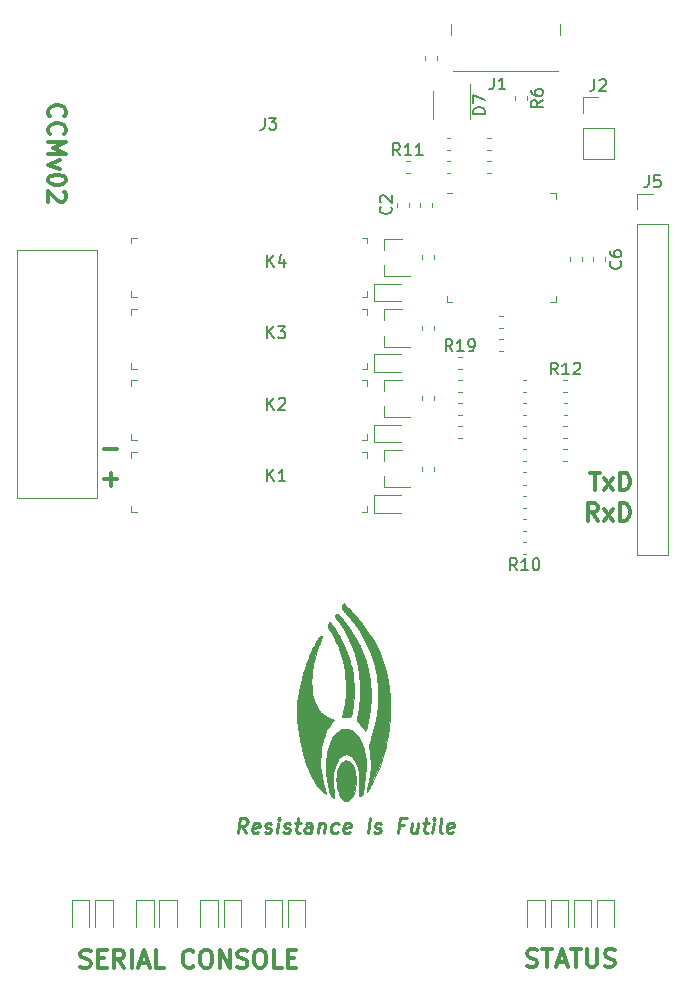
<source format=gbr>
G04 #@! TF.GenerationSoftware,KiCad,Pcbnew,5.1.5*
G04 #@! TF.CreationDate,2020-01-03T23:49:01-05:00*
G04 #@! TF.ProjectId,cluster-controller-module,636c7573-7465-4722-9d63-6f6e74726f6c,v02*
G04 #@! TF.SameCoordinates,Original*
G04 #@! TF.FileFunction,Legend,Top*
G04 #@! TF.FilePolarity,Positive*
%FSLAX46Y46*%
G04 Gerber Fmt 4.6, Leading zero omitted, Abs format (unit mm)*
G04 Created by KiCad (PCBNEW 5.1.5) date 2020-01-03 23:49:01*
%MOMM*%
%LPD*%
G04 APERTURE LIST*
%ADD10C,0.250000*%
%ADD11C,0.300000*%
%ADD12C,0.120000*%
%ADD13C,0.010000*%
%ADD14C,0.150000*%
G04 APERTURE END LIST*
D10*
X129777083Y-131355476D02*
X129434821Y-130760238D01*
X129062797Y-131355476D02*
X129219047Y-130105476D01*
X129695238Y-130105476D01*
X129806845Y-130165000D01*
X129858928Y-130224523D01*
X129903571Y-130343571D01*
X129881250Y-130522142D01*
X129806845Y-130641190D01*
X129739880Y-130700714D01*
X129613392Y-130760238D01*
X129137202Y-130760238D01*
X130796428Y-131295952D02*
X130669940Y-131355476D01*
X130431845Y-131355476D01*
X130320238Y-131295952D01*
X130275595Y-131176904D01*
X130335119Y-130700714D01*
X130409523Y-130581666D01*
X130536011Y-130522142D01*
X130774107Y-130522142D01*
X130885714Y-130581666D01*
X130930357Y-130700714D01*
X130915476Y-130819761D01*
X130305357Y-130938809D01*
X131332142Y-131295952D02*
X131443750Y-131355476D01*
X131681845Y-131355476D01*
X131808333Y-131295952D01*
X131882738Y-131176904D01*
X131890178Y-131117380D01*
X131845535Y-130998333D01*
X131733928Y-130938809D01*
X131555357Y-130938809D01*
X131443750Y-130879285D01*
X131399107Y-130760238D01*
X131406547Y-130700714D01*
X131480952Y-130581666D01*
X131607440Y-130522142D01*
X131786011Y-130522142D01*
X131897619Y-130581666D01*
X132396130Y-131355476D02*
X132500297Y-130522142D01*
X132552380Y-130105476D02*
X132485416Y-130165000D01*
X132537500Y-130224523D01*
X132604464Y-130165000D01*
X132552380Y-130105476D01*
X132537500Y-130224523D01*
X132939285Y-131295952D02*
X133050892Y-131355476D01*
X133288988Y-131355476D01*
X133415476Y-131295952D01*
X133489880Y-131176904D01*
X133497321Y-131117380D01*
X133452678Y-130998333D01*
X133341071Y-130938809D01*
X133162500Y-130938809D01*
X133050892Y-130879285D01*
X133006250Y-130760238D01*
X133013690Y-130700714D01*
X133088095Y-130581666D01*
X133214583Y-130522142D01*
X133393154Y-130522142D01*
X133504761Y-130581666D01*
X133928869Y-130522142D02*
X134405059Y-130522142D01*
X134159523Y-130105476D02*
X134025595Y-131176904D01*
X134070238Y-131295952D01*
X134181845Y-131355476D01*
X134300892Y-131355476D01*
X135253273Y-131355476D02*
X135335119Y-130700714D01*
X135290476Y-130581666D01*
X135178869Y-130522142D01*
X134940773Y-130522142D01*
X134814285Y-130581666D01*
X135260714Y-131295952D02*
X135134226Y-131355476D01*
X134836607Y-131355476D01*
X134725000Y-131295952D01*
X134680357Y-131176904D01*
X134695238Y-131057857D01*
X134769642Y-130938809D01*
X134896130Y-130879285D01*
X135193750Y-130879285D01*
X135320238Y-130819761D01*
X135952678Y-130522142D02*
X135848511Y-131355476D01*
X135937797Y-130641190D02*
X136004761Y-130581666D01*
X136131250Y-130522142D01*
X136309821Y-130522142D01*
X136421428Y-130581666D01*
X136466071Y-130700714D01*
X136384226Y-131355476D01*
X137522619Y-131295952D02*
X137396130Y-131355476D01*
X137158035Y-131355476D01*
X137046428Y-131295952D01*
X136994345Y-131236428D01*
X136949702Y-131117380D01*
X136994345Y-130760238D01*
X137068750Y-130641190D01*
X137135714Y-130581666D01*
X137262202Y-130522142D01*
X137500297Y-130522142D01*
X137611904Y-130581666D01*
X138534523Y-131295952D02*
X138408035Y-131355476D01*
X138169940Y-131355476D01*
X138058333Y-131295952D01*
X138013690Y-131176904D01*
X138073214Y-130700714D01*
X138147619Y-130581666D01*
X138274107Y-130522142D01*
X138512202Y-130522142D01*
X138623809Y-130581666D01*
X138668452Y-130700714D01*
X138653571Y-130819761D01*
X138043452Y-130938809D01*
X140074702Y-131355476D02*
X140230952Y-130105476D01*
X140617857Y-131295952D02*
X140729464Y-131355476D01*
X140967559Y-131355476D01*
X141094047Y-131295952D01*
X141168452Y-131176904D01*
X141175892Y-131117380D01*
X141131250Y-130998333D01*
X141019642Y-130938809D01*
X140841071Y-130938809D01*
X140729464Y-130879285D01*
X140684821Y-130760238D01*
X140692261Y-130700714D01*
X140766666Y-130581666D01*
X140893154Y-130522142D01*
X141071726Y-130522142D01*
X141183333Y-130581666D01*
X143132738Y-130700714D02*
X142716071Y-130700714D01*
X142634226Y-131355476D02*
X142790476Y-130105476D01*
X143385714Y-130105476D01*
X144345535Y-130522142D02*
X144241369Y-131355476D01*
X143809821Y-130522142D02*
X143727976Y-131176904D01*
X143772619Y-131295952D01*
X143884226Y-131355476D01*
X144062797Y-131355476D01*
X144189285Y-131295952D01*
X144256250Y-131236428D01*
X144762202Y-130522142D02*
X145238392Y-130522142D01*
X144992857Y-130105476D02*
X144858928Y-131176904D01*
X144903571Y-131295952D01*
X145015178Y-131355476D01*
X145134226Y-131355476D01*
X145550892Y-131355476D02*
X145655059Y-130522142D01*
X145707142Y-130105476D02*
X145640178Y-130165000D01*
X145692261Y-130224523D01*
X145759226Y-130165000D01*
X145707142Y-130105476D01*
X145692261Y-130224523D01*
X146324702Y-131355476D02*
X146213095Y-131295952D01*
X146168452Y-131176904D01*
X146302380Y-130105476D01*
X147284523Y-131295952D02*
X147158035Y-131355476D01*
X146919940Y-131355476D01*
X146808333Y-131295952D01*
X146763690Y-131176904D01*
X146823214Y-130700714D01*
X146897619Y-130581666D01*
X147024107Y-130522142D01*
X147262202Y-130522142D01*
X147373809Y-130581666D01*
X147418452Y-130700714D01*
X147403571Y-130819761D01*
X146793452Y-130938809D01*
D11*
X113174285Y-70677142D02*
X113102857Y-70605714D01*
X113031428Y-70391428D01*
X113031428Y-70248571D01*
X113102857Y-70034285D01*
X113245714Y-69891428D01*
X113388571Y-69820000D01*
X113674285Y-69748571D01*
X113888571Y-69748571D01*
X114174285Y-69820000D01*
X114317142Y-69891428D01*
X114460000Y-70034285D01*
X114531428Y-70248571D01*
X114531428Y-70391428D01*
X114460000Y-70605714D01*
X114388571Y-70677142D01*
X113174285Y-72177142D02*
X113102857Y-72105714D01*
X113031428Y-71891428D01*
X113031428Y-71748571D01*
X113102857Y-71534285D01*
X113245714Y-71391428D01*
X113388571Y-71320000D01*
X113674285Y-71248571D01*
X113888571Y-71248571D01*
X114174285Y-71320000D01*
X114317142Y-71391428D01*
X114460000Y-71534285D01*
X114531428Y-71748571D01*
X114531428Y-71891428D01*
X114460000Y-72105714D01*
X114388571Y-72177142D01*
X113031428Y-72820000D02*
X114531428Y-72820000D01*
X113460000Y-73320000D01*
X114531428Y-73820000D01*
X113031428Y-73820000D01*
X114031428Y-74391428D02*
X113031428Y-74748571D01*
X114031428Y-75105714D01*
X114531428Y-75962857D02*
X114531428Y-76105714D01*
X114460000Y-76248571D01*
X114388571Y-76320000D01*
X114245714Y-76391428D01*
X113960000Y-76462857D01*
X113602857Y-76462857D01*
X113317142Y-76391428D01*
X113174285Y-76320000D01*
X113102857Y-76248571D01*
X113031428Y-76105714D01*
X113031428Y-75962857D01*
X113102857Y-75820000D01*
X113174285Y-75748571D01*
X113317142Y-75677142D01*
X113602857Y-75605714D01*
X113960000Y-75605714D01*
X114245714Y-75677142D01*
X114388571Y-75748571D01*
X114460000Y-75820000D01*
X114531428Y-75962857D01*
X114388571Y-77034285D02*
X114460000Y-77105714D01*
X114531428Y-77248571D01*
X114531428Y-77605714D01*
X114460000Y-77748571D01*
X114388571Y-77820000D01*
X114245714Y-77891428D01*
X114102857Y-77891428D01*
X113888571Y-77820000D01*
X113031428Y-76962857D01*
X113031428Y-77891428D01*
X159577142Y-104908571D02*
X159077142Y-104194285D01*
X158720000Y-104908571D02*
X158720000Y-103408571D01*
X159291428Y-103408571D01*
X159434285Y-103480000D01*
X159505714Y-103551428D01*
X159577142Y-103694285D01*
X159577142Y-103908571D01*
X159505714Y-104051428D01*
X159434285Y-104122857D01*
X159291428Y-104194285D01*
X158720000Y-104194285D01*
X160077142Y-104908571D02*
X160862857Y-103908571D01*
X160077142Y-103908571D02*
X160862857Y-104908571D01*
X161434285Y-104908571D02*
X161434285Y-103408571D01*
X161791428Y-103408571D01*
X162005714Y-103480000D01*
X162148571Y-103622857D01*
X162220000Y-103765714D01*
X162291428Y-104051428D01*
X162291428Y-104265714D01*
X162220000Y-104551428D01*
X162148571Y-104694285D01*
X162005714Y-104837142D01*
X161791428Y-104908571D01*
X161434285Y-104908571D01*
X158864285Y-100828571D02*
X159721428Y-100828571D01*
X159292857Y-102328571D02*
X159292857Y-100828571D01*
X160078571Y-102328571D02*
X160864285Y-101328571D01*
X160078571Y-101328571D02*
X160864285Y-102328571D01*
X161435714Y-102328571D02*
X161435714Y-100828571D01*
X161792857Y-100828571D01*
X162007142Y-100900000D01*
X162150000Y-101042857D01*
X162221428Y-101185714D01*
X162292857Y-101471428D01*
X162292857Y-101685714D01*
X162221428Y-101971428D01*
X162150000Y-102114285D01*
X162007142Y-102257142D01*
X161792857Y-102328571D01*
X161435714Y-102328571D01*
X117728571Y-98857142D02*
X118871428Y-98857142D01*
X117728571Y-101407142D02*
X118871428Y-101407142D01*
X118300000Y-101978571D02*
X118300000Y-100835714D01*
X153565714Y-142627142D02*
X153780000Y-142698571D01*
X154137142Y-142698571D01*
X154280000Y-142627142D01*
X154351428Y-142555714D01*
X154422857Y-142412857D01*
X154422857Y-142270000D01*
X154351428Y-142127142D01*
X154280000Y-142055714D01*
X154137142Y-141984285D01*
X153851428Y-141912857D01*
X153708571Y-141841428D01*
X153637142Y-141770000D01*
X153565714Y-141627142D01*
X153565714Y-141484285D01*
X153637142Y-141341428D01*
X153708571Y-141270000D01*
X153851428Y-141198571D01*
X154208571Y-141198571D01*
X154422857Y-141270000D01*
X154851428Y-141198571D02*
X155708571Y-141198571D01*
X155280000Y-142698571D02*
X155280000Y-141198571D01*
X156137142Y-142270000D02*
X156851428Y-142270000D01*
X155994285Y-142698571D02*
X156494285Y-141198571D01*
X156994285Y-142698571D01*
X157280000Y-141198571D02*
X158137142Y-141198571D01*
X157708571Y-142698571D02*
X157708571Y-141198571D01*
X158637142Y-141198571D02*
X158637142Y-142412857D01*
X158708571Y-142555714D01*
X158780000Y-142627142D01*
X158922857Y-142698571D01*
X159208571Y-142698571D01*
X159351428Y-142627142D01*
X159422857Y-142555714D01*
X159494285Y-142412857D01*
X159494285Y-141198571D01*
X160137142Y-142627142D02*
X160351428Y-142698571D01*
X160708571Y-142698571D01*
X160851428Y-142627142D01*
X160922857Y-142555714D01*
X160994285Y-142412857D01*
X160994285Y-142270000D01*
X160922857Y-142127142D01*
X160851428Y-142055714D01*
X160708571Y-141984285D01*
X160422857Y-141912857D01*
X160280000Y-141841428D01*
X160208571Y-141770000D01*
X160137142Y-141627142D01*
X160137142Y-141484285D01*
X160208571Y-141341428D01*
X160280000Y-141270000D01*
X160422857Y-141198571D01*
X160780000Y-141198571D01*
X160994285Y-141270000D01*
X115747142Y-142667142D02*
X115961428Y-142738571D01*
X116318571Y-142738571D01*
X116461428Y-142667142D01*
X116532857Y-142595714D01*
X116604285Y-142452857D01*
X116604285Y-142310000D01*
X116532857Y-142167142D01*
X116461428Y-142095714D01*
X116318571Y-142024285D01*
X116032857Y-141952857D01*
X115890000Y-141881428D01*
X115818571Y-141810000D01*
X115747142Y-141667142D01*
X115747142Y-141524285D01*
X115818571Y-141381428D01*
X115890000Y-141310000D01*
X116032857Y-141238571D01*
X116390000Y-141238571D01*
X116604285Y-141310000D01*
X117247142Y-141952857D02*
X117747142Y-141952857D01*
X117961428Y-142738571D02*
X117247142Y-142738571D01*
X117247142Y-141238571D01*
X117961428Y-141238571D01*
X119461428Y-142738571D02*
X118961428Y-142024285D01*
X118604285Y-142738571D02*
X118604285Y-141238571D01*
X119175714Y-141238571D01*
X119318571Y-141310000D01*
X119390000Y-141381428D01*
X119461428Y-141524285D01*
X119461428Y-141738571D01*
X119390000Y-141881428D01*
X119318571Y-141952857D01*
X119175714Y-142024285D01*
X118604285Y-142024285D01*
X120104285Y-142738571D02*
X120104285Y-141238571D01*
X120747142Y-142310000D02*
X121461428Y-142310000D01*
X120604285Y-142738571D02*
X121104285Y-141238571D01*
X121604285Y-142738571D01*
X122818571Y-142738571D02*
X122104285Y-142738571D01*
X122104285Y-141238571D01*
X125318571Y-142595714D02*
X125247142Y-142667142D01*
X125032857Y-142738571D01*
X124890000Y-142738571D01*
X124675714Y-142667142D01*
X124532857Y-142524285D01*
X124461428Y-142381428D01*
X124390000Y-142095714D01*
X124390000Y-141881428D01*
X124461428Y-141595714D01*
X124532857Y-141452857D01*
X124675714Y-141310000D01*
X124890000Y-141238571D01*
X125032857Y-141238571D01*
X125247142Y-141310000D01*
X125318571Y-141381428D01*
X126247142Y-141238571D02*
X126532857Y-141238571D01*
X126675714Y-141310000D01*
X126818571Y-141452857D01*
X126890000Y-141738571D01*
X126890000Y-142238571D01*
X126818571Y-142524285D01*
X126675714Y-142667142D01*
X126532857Y-142738571D01*
X126247142Y-142738571D01*
X126104285Y-142667142D01*
X125961428Y-142524285D01*
X125890000Y-142238571D01*
X125890000Y-141738571D01*
X125961428Y-141452857D01*
X126104285Y-141310000D01*
X126247142Y-141238571D01*
X127532857Y-142738571D02*
X127532857Y-141238571D01*
X128390000Y-142738571D01*
X128390000Y-141238571D01*
X129032857Y-142667142D02*
X129247142Y-142738571D01*
X129604285Y-142738571D01*
X129747142Y-142667142D01*
X129818571Y-142595714D01*
X129890000Y-142452857D01*
X129890000Y-142310000D01*
X129818571Y-142167142D01*
X129747142Y-142095714D01*
X129604285Y-142024285D01*
X129318571Y-141952857D01*
X129175714Y-141881428D01*
X129104285Y-141810000D01*
X129032857Y-141667142D01*
X129032857Y-141524285D01*
X129104285Y-141381428D01*
X129175714Y-141310000D01*
X129318571Y-141238571D01*
X129675714Y-141238571D01*
X129890000Y-141310000D01*
X130818571Y-141238571D02*
X131104285Y-141238571D01*
X131247142Y-141310000D01*
X131390000Y-141452857D01*
X131461428Y-141738571D01*
X131461428Y-142238571D01*
X131390000Y-142524285D01*
X131247142Y-142667142D01*
X131104285Y-142738571D01*
X130818571Y-142738571D01*
X130675714Y-142667142D01*
X130532857Y-142524285D01*
X130461428Y-142238571D01*
X130461428Y-141738571D01*
X130532857Y-141452857D01*
X130675714Y-141310000D01*
X130818571Y-141238571D01*
X132818571Y-142738571D02*
X132104285Y-142738571D01*
X132104285Y-141238571D01*
X133318571Y-141952857D02*
X133818571Y-141952857D01*
X134032857Y-142738571D02*
X133318571Y-142738571D01*
X133318571Y-141238571D01*
X134032857Y-141238571D01*
D12*
X156200000Y-66830000D02*
X147250000Y-66830000D01*
X147130000Y-63750000D02*
X147130000Y-62850000D01*
X156320000Y-63750000D02*
X156320000Y-62850000D01*
X110380000Y-103010000D02*
X110380000Y-81990000D01*
X117120000Y-103010000D02*
X117120000Y-81990000D01*
X110380000Y-103010000D02*
X117120000Y-103010000D01*
X110380000Y-81990000D02*
X117120000Y-81990000D01*
D13*
G36*
X138327908Y-125208322D02*
G01*
X138454309Y-125254333D01*
X138578619Y-125341935D01*
X138608874Y-125369939D01*
X138728875Y-125509990D01*
X138829044Y-125678829D01*
X138909885Y-125878213D01*
X138971903Y-126109902D01*
X139015601Y-126375653D01*
X139041484Y-126677224D01*
X139049198Y-126905750D01*
X139044140Y-127186397D01*
X139020751Y-127450693D01*
X138980136Y-127695259D01*
X138923397Y-127916714D01*
X138851638Y-128111679D01*
X138765962Y-128276775D01*
X138667473Y-128408622D01*
X138557273Y-128503840D01*
X138520372Y-128525676D01*
X138463888Y-128561196D01*
X138433989Y-128591894D01*
X138431885Y-128604375D01*
X138425966Y-128617883D01*
X138392081Y-128626207D01*
X138324833Y-128630183D01*
X138261503Y-128630833D01*
X138181752Y-128628899D01*
X138122780Y-128623733D01*
X138093501Y-128616287D01*
X138092185Y-128612738D01*
X138081923Y-128592590D01*
X138044229Y-128557346D01*
X137988752Y-128515703D01*
X137919042Y-128462667D01*
X137856534Y-128406603D01*
X137823036Y-128369756D01*
X137744456Y-128246212D01*
X137668949Y-128089150D01*
X137599285Y-127907385D01*
X137538234Y-127709729D01*
X137488566Y-127504998D01*
X137453050Y-127302005D01*
X137436135Y-127138583D01*
X137429933Y-127043852D01*
X137424549Y-126961578D01*
X137420733Y-126903238D01*
X137419514Y-126884583D01*
X137419420Y-126802313D01*
X137426468Y-126691028D01*
X137439195Y-126563161D01*
X137456137Y-126431149D01*
X137475828Y-126307424D01*
X137496806Y-126204420D01*
X137502076Y-126183380D01*
X137571597Y-125957553D01*
X137654283Y-125754169D01*
X137747741Y-125577173D01*
X137849576Y-125430513D01*
X137957397Y-125318133D01*
X138068810Y-125243982D01*
X138072917Y-125242048D01*
X138200436Y-125204146D01*
X138327908Y-125208322D01*
G37*
X138327908Y-125208322D02*
X138454309Y-125254333D01*
X138578619Y-125341935D01*
X138608874Y-125369939D01*
X138728875Y-125509990D01*
X138829044Y-125678829D01*
X138909885Y-125878213D01*
X138971903Y-126109902D01*
X139015601Y-126375653D01*
X139041484Y-126677224D01*
X139049198Y-126905750D01*
X139044140Y-127186397D01*
X139020751Y-127450693D01*
X138980136Y-127695259D01*
X138923397Y-127916714D01*
X138851638Y-128111679D01*
X138765962Y-128276775D01*
X138667473Y-128408622D01*
X138557273Y-128503840D01*
X138520372Y-128525676D01*
X138463888Y-128561196D01*
X138433989Y-128591894D01*
X138431885Y-128604375D01*
X138425966Y-128617883D01*
X138392081Y-128626207D01*
X138324833Y-128630183D01*
X138261503Y-128630833D01*
X138181752Y-128628899D01*
X138122780Y-128623733D01*
X138093501Y-128616287D01*
X138092185Y-128612738D01*
X138081923Y-128592590D01*
X138044229Y-128557346D01*
X137988752Y-128515703D01*
X137919042Y-128462667D01*
X137856534Y-128406603D01*
X137823036Y-128369756D01*
X137744456Y-128246212D01*
X137668949Y-128089150D01*
X137599285Y-127907385D01*
X137538234Y-127709729D01*
X137488566Y-127504998D01*
X137453050Y-127302005D01*
X137436135Y-127138583D01*
X137429933Y-127043852D01*
X137424549Y-126961578D01*
X137420733Y-126903238D01*
X137419514Y-126884583D01*
X137419420Y-126802313D01*
X137426468Y-126691028D01*
X137439195Y-126563161D01*
X137456137Y-126431149D01*
X137475828Y-126307424D01*
X137496806Y-126204420D01*
X137502076Y-126183380D01*
X137571597Y-125957553D01*
X137654283Y-125754169D01*
X137747741Y-125577173D01*
X137849576Y-125430513D01*
X137957397Y-125318133D01*
X138068810Y-125243982D01*
X138072917Y-125242048D01*
X138200436Y-125204146D01*
X138327908Y-125208322D01*
G36*
X138260634Y-122538717D02*
G01*
X138366768Y-122543584D01*
X138444303Y-122550756D01*
X138506964Y-122563443D01*
X138568475Y-122584856D01*
X138642561Y-122618205D01*
X138682504Y-122637403D01*
X138860283Y-122742776D01*
X139030119Y-122879843D01*
X139180047Y-123038159D01*
X139253353Y-123135873D01*
X139337734Y-123274332D01*
X139426292Y-123444855D01*
X139515119Y-123637952D01*
X139600307Y-123844133D01*
X139677947Y-124053906D01*
X139744132Y-124257783D01*
X139794953Y-124446273D01*
X139797543Y-124457381D01*
X139845669Y-124684574D01*
X139881383Y-124899654D01*
X139905042Y-125110880D01*
X139917003Y-125326509D01*
X139917622Y-125554798D01*
X139907257Y-125804004D01*
X139886264Y-126082386D01*
X139873596Y-126217833D01*
X139857062Y-126384473D01*
X139840046Y-126552605D01*
X139823512Y-126712918D01*
X139808430Y-126856098D01*
X139795765Y-126972833D01*
X139788981Y-127032750D01*
X139774207Y-127159656D01*
X139756889Y-127308549D01*
X139739358Y-127459366D01*
X139726218Y-127572500D01*
X139708819Y-127714564D01*
X139692917Y-127822450D01*
X139676592Y-127904175D01*
X139657923Y-127967756D01*
X139634989Y-128021210D01*
X139606756Y-128071121D01*
X139557178Y-128136209D01*
X139498400Y-128191679D01*
X139440468Y-128229907D01*
X139393426Y-128243270D01*
X139382660Y-128241185D01*
X139373290Y-128234590D01*
X139365954Y-128219988D01*
X139360532Y-128193151D01*
X139356903Y-128149853D01*
X139354948Y-128085865D01*
X139354545Y-127996959D01*
X139355574Y-127878907D01*
X139357915Y-127727482D01*
X139361447Y-127538455D01*
X139361928Y-127513879D01*
X139365880Y-127256293D01*
X139367012Y-127031210D01*
X139365346Y-126841017D01*
X139360905Y-126688097D01*
X139353713Y-126574834D01*
X139352972Y-126567083D01*
X139341129Y-126447133D01*
X139328496Y-126319129D01*
X139317042Y-126203021D01*
X139312241Y-126154333D01*
X139301305Y-126062652D01*
X139288100Y-125979783D01*
X139275069Y-125920525D01*
X139272048Y-125910917D01*
X139253388Y-125857489D01*
X139227157Y-125781588D01*
X139202524Y-125709833D01*
X139143532Y-125558096D01*
X139068199Y-125394622D01*
X138985880Y-125238691D01*
X138925211Y-125138333D01*
X138793229Y-124969869D01*
X138640180Y-124836134D01*
X138468560Y-124739018D01*
X138338484Y-124693777D01*
X138230150Y-124684413D01*
X138106881Y-124705462D01*
X137978050Y-124752678D01*
X137853027Y-124821814D01*
X137741185Y-124908624D01*
X137656153Y-125002946D01*
X137593985Y-125098782D01*
X137524027Y-125224246D01*
X137451433Y-125368659D01*
X137381356Y-125521343D01*
X137318949Y-125671621D01*
X137274100Y-125794500D01*
X137229264Y-125933672D01*
X137194348Y-126057313D01*
X137168361Y-126173689D01*
X137150312Y-126291068D01*
X137139209Y-126417717D01*
X137134062Y-126561903D01*
X137133878Y-126731893D01*
X137137594Y-126932955D01*
X137141939Y-127082649D01*
X137147356Y-127222696D01*
X137153467Y-127346102D01*
X137159896Y-127445870D01*
X137166267Y-127515006D01*
X137170326Y-127540750D01*
X137177515Y-127590352D01*
X137184493Y-127673077D01*
X137190694Y-127779714D01*
X137195547Y-127901054D01*
X137197739Y-127984858D01*
X137199953Y-128130720D01*
X137198542Y-128237340D01*
X137191636Y-128307776D01*
X137177363Y-128345083D01*
X137153853Y-128352318D01*
X137119232Y-128332537D01*
X137071631Y-128288795D01*
X137034785Y-128250989D01*
X136978178Y-128186769D01*
X136931194Y-128124292D01*
X136905866Y-128080792D01*
X136885339Y-128022963D01*
X136859005Y-127936164D01*
X136830250Y-127832748D01*
X136802464Y-127725068D01*
X136779035Y-127625477D01*
X136772255Y-127593667D01*
X136754865Y-127511608D01*
X136736598Y-127429151D01*
X136733062Y-127413750D01*
X136720861Y-127355663D01*
X136704388Y-127269951D01*
X136686320Y-127170746D01*
X136676991Y-127117417D01*
X136658991Y-127016963D01*
X136640860Y-126922683D01*
X136625356Y-126848633D01*
X136619117Y-126822280D01*
X136608558Y-126766212D01*
X136597026Y-126680940D01*
X136586141Y-126579514D01*
X136579689Y-126504780D01*
X136570504Y-126393281D01*
X136560318Y-126282278D01*
X136550636Y-126187655D01*
X136545491Y-126143750D01*
X136540242Y-126078140D01*
X136536525Y-125982131D01*
X136534310Y-125865309D01*
X136533568Y-125737263D01*
X136534268Y-125607579D01*
X136536382Y-125485844D01*
X136539879Y-125381646D01*
X136544730Y-125304573D01*
X136548179Y-125275917D01*
X136554415Y-125228807D01*
X136562846Y-125151379D01*
X136572234Y-125055508D01*
X136579096Y-124979350D01*
X136589613Y-124872888D01*
X136601874Y-124771623D01*
X136614094Y-124689363D01*
X136621485Y-124651267D01*
X136663614Y-124472568D01*
X136698908Y-124327332D01*
X136729528Y-124207658D01*
X136757637Y-124105642D01*
X136785399Y-124013383D01*
X136814976Y-123922979D01*
X136842643Y-123843149D01*
X136943091Y-123579557D01*
X137045702Y-123354183D01*
X137153292Y-123162915D01*
X137268680Y-123001645D01*
X137394684Y-122866259D01*
X137534120Y-122752649D01*
X137634555Y-122687787D01*
X137763664Y-122618445D01*
X137881713Y-122572392D01*
X138002606Y-122546317D01*
X138140244Y-122536910D01*
X138260634Y-122538717D01*
G37*
X138260634Y-122538717D02*
X138366768Y-122543584D01*
X138444303Y-122550756D01*
X138506964Y-122563443D01*
X138568475Y-122584856D01*
X138642561Y-122618205D01*
X138682504Y-122637403D01*
X138860283Y-122742776D01*
X139030119Y-122879843D01*
X139180047Y-123038159D01*
X139253353Y-123135873D01*
X139337734Y-123274332D01*
X139426292Y-123444855D01*
X139515119Y-123637952D01*
X139600307Y-123844133D01*
X139677947Y-124053906D01*
X139744132Y-124257783D01*
X139794953Y-124446273D01*
X139797543Y-124457381D01*
X139845669Y-124684574D01*
X139881383Y-124899654D01*
X139905042Y-125110880D01*
X139917003Y-125326509D01*
X139917622Y-125554798D01*
X139907257Y-125804004D01*
X139886264Y-126082386D01*
X139873596Y-126217833D01*
X139857062Y-126384473D01*
X139840046Y-126552605D01*
X139823512Y-126712918D01*
X139808430Y-126856098D01*
X139795765Y-126972833D01*
X139788981Y-127032750D01*
X139774207Y-127159656D01*
X139756889Y-127308549D01*
X139739358Y-127459366D01*
X139726218Y-127572500D01*
X139708819Y-127714564D01*
X139692917Y-127822450D01*
X139676592Y-127904175D01*
X139657923Y-127967756D01*
X139634989Y-128021210D01*
X139606756Y-128071121D01*
X139557178Y-128136209D01*
X139498400Y-128191679D01*
X139440468Y-128229907D01*
X139393426Y-128243270D01*
X139382660Y-128241185D01*
X139373290Y-128234590D01*
X139365954Y-128219988D01*
X139360532Y-128193151D01*
X139356903Y-128149853D01*
X139354948Y-128085865D01*
X139354545Y-127996959D01*
X139355574Y-127878907D01*
X139357915Y-127727482D01*
X139361447Y-127538455D01*
X139361928Y-127513879D01*
X139365880Y-127256293D01*
X139367012Y-127031210D01*
X139365346Y-126841017D01*
X139360905Y-126688097D01*
X139353713Y-126574834D01*
X139352972Y-126567083D01*
X139341129Y-126447133D01*
X139328496Y-126319129D01*
X139317042Y-126203021D01*
X139312241Y-126154333D01*
X139301305Y-126062652D01*
X139288100Y-125979783D01*
X139275069Y-125920525D01*
X139272048Y-125910917D01*
X139253388Y-125857489D01*
X139227157Y-125781588D01*
X139202524Y-125709833D01*
X139143532Y-125558096D01*
X139068199Y-125394622D01*
X138985880Y-125238691D01*
X138925211Y-125138333D01*
X138793229Y-124969869D01*
X138640180Y-124836134D01*
X138468560Y-124739018D01*
X138338484Y-124693777D01*
X138230150Y-124684413D01*
X138106881Y-124705462D01*
X137978050Y-124752678D01*
X137853027Y-124821814D01*
X137741185Y-124908624D01*
X137656153Y-125002946D01*
X137593985Y-125098782D01*
X137524027Y-125224246D01*
X137451433Y-125368659D01*
X137381356Y-125521343D01*
X137318949Y-125671621D01*
X137274100Y-125794500D01*
X137229264Y-125933672D01*
X137194348Y-126057313D01*
X137168361Y-126173689D01*
X137150312Y-126291068D01*
X137139209Y-126417717D01*
X137134062Y-126561903D01*
X137133878Y-126731893D01*
X137137594Y-126932955D01*
X137141939Y-127082649D01*
X137147356Y-127222696D01*
X137153467Y-127346102D01*
X137159896Y-127445870D01*
X137166267Y-127515006D01*
X137170326Y-127540750D01*
X137177515Y-127590352D01*
X137184493Y-127673077D01*
X137190694Y-127779714D01*
X137195547Y-127901054D01*
X137197739Y-127984858D01*
X137199953Y-128130720D01*
X137198542Y-128237340D01*
X137191636Y-128307776D01*
X137177363Y-128345083D01*
X137153853Y-128352318D01*
X137119232Y-128332537D01*
X137071631Y-128288795D01*
X137034785Y-128250989D01*
X136978178Y-128186769D01*
X136931194Y-128124292D01*
X136905866Y-128080792D01*
X136885339Y-128022963D01*
X136859005Y-127936164D01*
X136830250Y-127832748D01*
X136802464Y-127725068D01*
X136779035Y-127625477D01*
X136772255Y-127593667D01*
X136754865Y-127511608D01*
X136736598Y-127429151D01*
X136733062Y-127413750D01*
X136720861Y-127355663D01*
X136704388Y-127269951D01*
X136686320Y-127170746D01*
X136676991Y-127117417D01*
X136658991Y-127016963D01*
X136640860Y-126922683D01*
X136625356Y-126848633D01*
X136619117Y-126822280D01*
X136608558Y-126766212D01*
X136597026Y-126680940D01*
X136586141Y-126579514D01*
X136579689Y-126504780D01*
X136570504Y-126393281D01*
X136560318Y-126282278D01*
X136550636Y-126187655D01*
X136545491Y-126143750D01*
X136540242Y-126078140D01*
X136536525Y-125982131D01*
X136534310Y-125865309D01*
X136533568Y-125737263D01*
X136534268Y-125607579D01*
X136536382Y-125485844D01*
X136539879Y-125381646D01*
X136544730Y-125304573D01*
X136548179Y-125275917D01*
X136554415Y-125228807D01*
X136562846Y-125151379D01*
X136572234Y-125055508D01*
X136579096Y-124979350D01*
X136589613Y-124872888D01*
X136601874Y-124771623D01*
X136614094Y-124689363D01*
X136621485Y-124651267D01*
X136663614Y-124472568D01*
X136698908Y-124327332D01*
X136729528Y-124207658D01*
X136757637Y-124105642D01*
X136785399Y-124013383D01*
X136814976Y-123922979D01*
X136842643Y-123843149D01*
X136943091Y-123579557D01*
X137045702Y-123354183D01*
X137153292Y-123162915D01*
X137268680Y-123001645D01*
X137394684Y-122866259D01*
X137534120Y-122752649D01*
X137634555Y-122687787D01*
X137763664Y-122618445D01*
X137881713Y-122572392D01*
X138002606Y-122546317D01*
X138140244Y-122536910D01*
X138260634Y-122538717D01*
G36*
X136129259Y-114673841D02*
G01*
X136158186Y-114693355D01*
X136189757Y-114733900D01*
X136199590Y-114764655D01*
X136195086Y-114791116D01*
X136180840Y-114838687D01*
X136155635Y-114910662D01*
X136118254Y-115010334D01*
X136067479Y-115140998D01*
X136002092Y-115305945D01*
X135968038Y-115391083D01*
X135903404Y-115552669D01*
X135852081Y-115682146D01*
X135811474Y-115786636D01*
X135778984Y-115873261D01*
X135752017Y-115949142D01*
X135727974Y-116021401D01*
X135704258Y-116097159D01*
X135678274Y-116183538D01*
X135674743Y-116195417D01*
X135614133Y-116403020D01*
X135565580Y-116577566D01*
X135527230Y-116725979D01*
X135497230Y-116855184D01*
X135493460Y-116872750D01*
X135471243Y-116976476D01*
X135446154Y-117092260D01*
X135428668Y-117172112D01*
X135411772Y-117258518D01*
X135399739Y-117338698D01*
X135395215Y-117394362D01*
X135389066Y-117465070D01*
X135374303Y-117540186D01*
X135373083Y-117544683D01*
X135360192Y-117610464D01*
X135347376Y-117710852D01*
X135335180Y-117838126D01*
X135324149Y-117984562D01*
X135314828Y-118142438D01*
X135307762Y-118304031D01*
X135303494Y-118461618D01*
X135302532Y-118544917D01*
X135316468Y-119008242D01*
X135364148Y-119458648D01*
X135447156Y-119910749D01*
X135454123Y-119941917D01*
X135505739Y-120120064D01*
X135581332Y-120313272D01*
X135675309Y-120511037D01*
X135782078Y-120702855D01*
X135896045Y-120878224D01*
X136011619Y-121026639D01*
X136059182Y-121078295D01*
X136284967Y-121278847D01*
X136541876Y-121450794D01*
X136829986Y-121594184D01*
X136993373Y-121657911D01*
X137085719Y-121693951D01*
X137152497Y-121726401D01*
X137187162Y-121751930D01*
X137190421Y-121758182D01*
X137179856Y-121787332D01*
X137146097Y-121838103D01*
X137095344Y-121901654D01*
X137067867Y-121932890D01*
X136970952Y-122048977D01*
X136865041Y-122191143D01*
X136758567Y-122346888D01*
X136659957Y-122503710D01*
X136577642Y-122649108D01*
X136554931Y-122693583D01*
X136484787Y-122849146D01*
X136413292Y-123031189D01*
X136345799Y-123224396D01*
X136287660Y-123413449D01*
X136244325Y-123582583D01*
X136221681Y-123684373D01*
X136199873Y-123781940D01*
X136182188Y-123860603D01*
X136175635Y-123889500D01*
X136151717Y-124017097D01*
X136129426Y-124179417D01*
X136109248Y-124368863D01*
X136091673Y-124577841D01*
X136077188Y-124798754D01*
X136066282Y-125024008D01*
X136059444Y-125246006D01*
X136057161Y-125457153D01*
X136059922Y-125649853D01*
X136060778Y-125676046D01*
X136094626Y-126133430D01*
X136162793Y-126595410D01*
X136263096Y-127050813D01*
X136393349Y-127488468D01*
X136441913Y-127625417D01*
X136495770Y-127773712D01*
X136533002Y-127885251D01*
X136552871Y-127962513D01*
X136554640Y-128007982D01*
X136537570Y-128024137D01*
X136500925Y-128013463D01*
X136443966Y-127978438D01*
X136365955Y-127921547D01*
X136356099Y-127914092D01*
X136185206Y-127773673D01*
X136025598Y-127618746D01*
X135874068Y-127444943D01*
X135727407Y-127247898D01*
X135582406Y-127023244D01*
X135435857Y-126766612D01*
X135284552Y-126473637D01*
X135257645Y-126418917D01*
X135198025Y-126293913D01*
X135135883Y-126158428D01*
X135073776Y-126018581D01*
X135014259Y-125880492D01*
X134959889Y-125750282D01*
X134913222Y-125634070D01*
X134876814Y-125537978D01*
X134853222Y-125468124D01*
X134845000Y-125430979D01*
X134832878Y-125389671D01*
X134826330Y-125380692D01*
X134812388Y-125352584D01*
X134790549Y-125293964D01*
X134764482Y-125215040D01*
X134750688Y-125170083D01*
X134719191Y-125064966D01*
X134686301Y-124955528D01*
X134657984Y-124861607D01*
X134652052Y-124842000D01*
X134621868Y-124739769D01*
X134593329Y-124636976D01*
X134565191Y-124528203D01*
X134536210Y-124408031D01*
X134505142Y-124271038D01*
X134470743Y-124111807D01*
X134431770Y-123924918D01*
X134386977Y-123704951D01*
X134358109Y-123561417D01*
X134344787Y-123488880D01*
X134326593Y-123380815D01*
X134304537Y-123243617D01*
X134279624Y-123083679D01*
X134252864Y-122907396D01*
X134225263Y-122721163D01*
X134219689Y-122683000D01*
X134201934Y-122562520D01*
X134182250Y-122431135D01*
X134163938Y-122310806D01*
X134157668Y-122270250D01*
X134092296Y-121748397D01*
X134062088Y-121246899D01*
X134067044Y-120762542D01*
X134107162Y-120292110D01*
X134157300Y-119963083D01*
X134173302Y-119872128D01*
X134187398Y-119787615D01*
X134196870Y-119725912D01*
X134197720Y-119719667D01*
X134205812Y-119668362D01*
X134220013Y-119587755D01*
X134238124Y-119490053D01*
X134252981Y-119412750D01*
X134274250Y-119300954D01*
X134294786Y-119188029D01*
X134311683Y-119090181D01*
X134319154Y-119043566D01*
X134332935Y-118966674D01*
X134348087Y-118903006D01*
X134359594Y-118870333D01*
X134376274Y-118817827D01*
X134379333Y-118787753D01*
X134384293Y-118756658D01*
X134398030Y-118691594D01*
X134418833Y-118599607D01*
X134444989Y-118487742D01*
X134474785Y-118363043D01*
X134506510Y-118232554D01*
X134538449Y-118103322D01*
X134568892Y-117982389D01*
X134596126Y-117876803D01*
X134618438Y-117793606D01*
X134633879Y-117740583D01*
X134648684Y-117693500D01*
X134672159Y-117618023D01*
X134700555Y-117526229D01*
X134719296Y-117465417D01*
X134750591Y-117364662D01*
X134781151Y-117267899D01*
X134806457Y-117189368D01*
X134816704Y-117158500D01*
X134843676Y-117081068D01*
X134878565Y-116983913D01*
X134917137Y-116878489D01*
X134955162Y-116776250D01*
X134988406Y-116688651D01*
X135012639Y-116627144D01*
X135016129Y-116618750D01*
X135031566Y-116581123D01*
X135058129Y-116515311D01*
X135091323Y-116432476D01*
X135109896Y-116385917D01*
X135183913Y-116208921D01*
X135271396Y-116014379D01*
X135368624Y-115809501D01*
X135471874Y-115601496D01*
X135577424Y-115397573D01*
X135681552Y-115204944D01*
X135780535Y-115030819D01*
X135870650Y-114882405D01*
X135939500Y-114779025D01*
X136006115Y-114703710D01*
X136069940Y-114668425D01*
X136129259Y-114673841D01*
G37*
X136129259Y-114673841D02*
X136158186Y-114693355D01*
X136189757Y-114733900D01*
X136199590Y-114764655D01*
X136195086Y-114791116D01*
X136180840Y-114838687D01*
X136155635Y-114910662D01*
X136118254Y-115010334D01*
X136067479Y-115140998D01*
X136002092Y-115305945D01*
X135968038Y-115391083D01*
X135903404Y-115552669D01*
X135852081Y-115682146D01*
X135811474Y-115786636D01*
X135778984Y-115873261D01*
X135752017Y-115949142D01*
X135727974Y-116021401D01*
X135704258Y-116097159D01*
X135678274Y-116183538D01*
X135674743Y-116195417D01*
X135614133Y-116403020D01*
X135565580Y-116577566D01*
X135527230Y-116725979D01*
X135497230Y-116855184D01*
X135493460Y-116872750D01*
X135471243Y-116976476D01*
X135446154Y-117092260D01*
X135428668Y-117172112D01*
X135411772Y-117258518D01*
X135399739Y-117338698D01*
X135395215Y-117394362D01*
X135389066Y-117465070D01*
X135374303Y-117540186D01*
X135373083Y-117544683D01*
X135360192Y-117610464D01*
X135347376Y-117710852D01*
X135335180Y-117838126D01*
X135324149Y-117984562D01*
X135314828Y-118142438D01*
X135307762Y-118304031D01*
X135303494Y-118461618D01*
X135302532Y-118544917D01*
X135316468Y-119008242D01*
X135364148Y-119458648D01*
X135447156Y-119910749D01*
X135454123Y-119941917D01*
X135505739Y-120120064D01*
X135581332Y-120313272D01*
X135675309Y-120511037D01*
X135782078Y-120702855D01*
X135896045Y-120878224D01*
X136011619Y-121026639D01*
X136059182Y-121078295D01*
X136284967Y-121278847D01*
X136541876Y-121450794D01*
X136829986Y-121594184D01*
X136993373Y-121657911D01*
X137085719Y-121693951D01*
X137152497Y-121726401D01*
X137187162Y-121751930D01*
X137190421Y-121758182D01*
X137179856Y-121787332D01*
X137146097Y-121838103D01*
X137095344Y-121901654D01*
X137067867Y-121932890D01*
X136970952Y-122048977D01*
X136865041Y-122191143D01*
X136758567Y-122346888D01*
X136659957Y-122503710D01*
X136577642Y-122649108D01*
X136554931Y-122693583D01*
X136484787Y-122849146D01*
X136413292Y-123031189D01*
X136345799Y-123224396D01*
X136287660Y-123413449D01*
X136244325Y-123582583D01*
X136221681Y-123684373D01*
X136199873Y-123781940D01*
X136182188Y-123860603D01*
X136175635Y-123889500D01*
X136151717Y-124017097D01*
X136129426Y-124179417D01*
X136109248Y-124368863D01*
X136091673Y-124577841D01*
X136077188Y-124798754D01*
X136066282Y-125024008D01*
X136059444Y-125246006D01*
X136057161Y-125457153D01*
X136059922Y-125649853D01*
X136060778Y-125676046D01*
X136094626Y-126133430D01*
X136162793Y-126595410D01*
X136263096Y-127050813D01*
X136393349Y-127488468D01*
X136441913Y-127625417D01*
X136495770Y-127773712D01*
X136533002Y-127885251D01*
X136552871Y-127962513D01*
X136554640Y-128007982D01*
X136537570Y-128024137D01*
X136500925Y-128013463D01*
X136443966Y-127978438D01*
X136365955Y-127921547D01*
X136356099Y-127914092D01*
X136185206Y-127773673D01*
X136025598Y-127618746D01*
X135874068Y-127444943D01*
X135727407Y-127247898D01*
X135582406Y-127023244D01*
X135435857Y-126766612D01*
X135284552Y-126473637D01*
X135257645Y-126418917D01*
X135198025Y-126293913D01*
X135135883Y-126158428D01*
X135073776Y-126018581D01*
X135014259Y-125880492D01*
X134959889Y-125750282D01*
X134913222Y-125634070D01*
X134876814Y-125537978D01*
X134853222Y-125468124D01*
X134845000Y-125430979D01*
X134832878Y-125389671D01*
X134826330Y-125380692D01*
X134812388Y-125352584D01*
X134790549Y-125293964D01*
X134764482Y-125215040D01*
X134750688Y-125170083D01*
X134719191Y-125064966D01*
X134686301Y-124955528D01*
X134657984Y-124861607D01*
X134652052Y-124842000D01*
X134621868Y-124739769D01*
X134593329Y-124636976D01*
X134565191Y-124528203D01*
X134536210Y-124408031D01*
X134505142Y-124271038D01*
X134470743Y-124111807D01*
X134431770Y-123924918D01*
X134386977Y-123704951D01*
X134358109Y-123561417D01*
X134344787Y-123488880D01*
X134326593Y-123380815D01*
X134304537Y-123243617D01*
X134279624Y-123083679D01*
X134252864Y-122907396D01*
X134225263Y-122721163D01*
X134219689Y-122683000D01*
X134201934Y-122562520D01*
X134182250Y-122431135D01*
X134163938Y-122310806D01*
X134157668Y-122270250D01*
X134092296Y-121748397D01*
X134062088Y-121246899D01*
X134067044Y-120762542D01*
X134107162Y-120292110D01*
X134157300Y-119963083D01*
X134173302Y-119872128D01*
X134187398Y-119787615D01*
X134196870Y-119725912D01*
X134197720Y-119719667D01*
X134205812Y-119668362D01*
X134220013Y-119587755D01*
X134238124Y-119490053D01*
X134252981Y-119412750D01*
X134274250Y-119300954D01*
X134294786Y-119188029D01*
X134311683Y-119090181D01*
X134319154Y-119043566D01*
X134332935Y-118966674D01*
X134348087Y-118903006D01*
X134359594Y-118870333D01*
X134376274Y-118817827D01*
X134379333Y-118787753D01*
X134384293Y-118756658D01*
X134398030Y-118691594D01*
X134418833Y-118599607D01*
X134444989Y-118487742D01*
X134474785Y-118363043D01*
X134506510Y-118232554D01*
X134538449Y-118103322D01*
X134568892Y-117982389D01*
X134596126Y-117876803D01*
X134618438Y-117793606D01*
X134633879Y-117740583D01*
X134648684Y-117693500D01*
X134672159Y-117618023D01*
X134700555Y-117526229D01*
X134719296Y-117465417D01*
X134750591Y-117364662D01*
X134781151Y-117267899D01*
X134806457Y-117189368D01*
X134816704Y-117158500D01*
X134843676Y-117081068D01*
X134878565Y-116983913D01*
X134917137Y-116878489D01*
X134955162Y-116776250D01*
X134988406Y-116688651D01*
X135012639Y-116627144D01*
X135016129Y-116618750D01*
X135031566Y-116581123D01*
X135058129Y-116515311D01*
X135091323Y-116432476D01*
X135109896Y-116385917D01*
X135183913Y-116208921D01*
X135271396Y-116014379D01*
X135368624Y-115809501D01*
X135471874Y-115601496D01*
X135577424Y-115397573D01*
X135681552Y-115204944D01*
X135780535Y-115030819D01*
X135870650Y-114882405D01*
X135939500Y-114779025D01*
X136006115Y-114703710D01*
X136069940Y-114668425D01*
X136129259Y-114673841D01*
G36*
X138091029Y-111942674D02*
G01*
X138117906Y-111963164D01*
X138168980Y-112011565D01*
X138240615Y-112083892D01*
X138329176Y-112176160D01*
X138431026Y-112284383D01*
X138542531Y-112404575D01*
X138660054Y-112532751D01*
X138779959Y-112664925D01*
X138898610Y-112797111D01*
X139012372Y-112925324D01*
X139117609Y-113045579D01*
X139210685Y-113153890D01*
X139287963Y-113246271D01*
X139342917Y-113314976D01*
X139392230Y-113378333D01*
X139452167Y-113454573D01*
X139492265Y-113505185D01*
X139851767Y-113977016D01*
X140184637Y-114454674D01*
X140488057Y-114933580D01*
X140759212Y-115409156D01*
X140995283Y-115876823D01*
X141114958Y-116142500D01*
X141306896Y-116630704D01*
X141473961Y-117141115D01*
X141611609Y-117658805D01*
X141691692Y-118036917D01*
X141710592Y-118135533D01*
X141729478Y-118230669D01*
X141745059Y-118305830D01*
X141748741Y-118322667D01*
X141765977Y-118407992D01*
X141786112Y-118519945D01*
X141806626Y-118643169D01*
X141825002Y-118762307D01*
X141838720Y-118862001D01*
X141842464Y-118894167D01*
X141849969Y-118957464D01*
X141861634Y-119047671D01*
X141875496Y-119149807D01*
X141882696Y-119201083D01*
X141897710Y-119316416D01*
X141911570Y-119439894D01*
X141921957Y-119550279D01*
X141924354Y-119582083D01*
X141932227Y-119685580D01*
X141942744Y-119808254D01*
X141953921Y-119927204D01*
X141956465Y-119952500D01*
X141969803Y-120130159D01*
X141977685Y-120341711D01*
X141980373Y-120579105D01*
X141978129Y-120834290D01*
X141971215Y-121099213D01*
X141959892Y-121365823D01*
X141944423Y-121626067D01*
X141925070Y-121871896D01*
X141902094Y-122095255D01*
X141881768Y-122249083D01*
X141868120Y-122349292D01*
X141857555Y-122443081D01*
X141851548Y-122516507D01*
X141850718Y-122542627D01*
X141847015Y-122603224D01*
X141836817Y-122688474D01*
X141822190Y-122781572D01*
X141819476Y-122796627D01*
X141801272Y-122898874D01*
X141780364Y-123021435D01*
X141760403Y-123142772D01*
X141754403Y-123180417D01*
X141728723Y-123331708D01*
X141696042Y-123506623D01*
X141658446Y-123695362D01*
X141618025Y-123888124D01*
X141576868Y-124075112D01*
X141537062Y-124246526D01*
X141500696Y-124392565D01*
X141479225Y-124471583D01*
X141379188Y-124812754D01*
X141282897Y-125120831D01*
X141187168Y-125404481D01*
X141088816Y-125672374D01*
X140984657Y-125933175D01*
X140871508Y-126195555D01*
X140746184Y-126468180D01*
X140744459Y-126471833D01*
X140626497Y-126721135D01*
X140524760Y-126935069D01*
X140437700Y-127116692D01*
X140363774Y-127269061D01*
X140301434Y-127395231D01*
X140249136Y-127498259D01*
X140205333Y-127581200D01*
X140168481Y-127647112D01*
X140137033Y-127699050D01*
X140109444Y-127740070D01*
X140089901Y-127766083D01*
X140032633Y-127832952D01*
X139994610Y-127863232D01*
X139974316Y-127857226D01*
X139970232Y-127815236D01*
X139972670Y-127789458D01*
X139981750Y-127738364D01*
X139999344Y-127656630D01*
X140022954Y-127554492D01*
X140050078Y-127442186D01*
X140078218Y-127329948D01*
X140104874Y-127228014D01*
X140127546Y-127146619D01*
X140137972Y-127112589D01*
X140156822Y-127044898D01*
X140176106Y-126954563D01*
X140196832Y-126836053D01*
X140220007Y-126683839D01*
X140233538Y-126588250D01*
X140248409Y-126486457D01*
X140263246Y-126394001D01*
X140276071Y-126322760D01*
X140283163Y-126290457D01*
X140293289Y-126228558D01*
X140301386Y-126130888D01*
X140307486Y-126003957D01*
X140311616Y-125854276D01*
X140313805Y-125688357D01*
X140314082Y-125512710D01*
X140312476Y-125333847D01*
X140309016Y-125158280D01*
X140303730Y-124992519D01*
X140296647Y-124843076D01*
X140287796Y-124716462D01*
X140277206Y-124619188D01*
X140275723Y-124609167D01*
X140247420Y-124425712D01*
X140224950Y-124279008D01*
X140207950Y-124163931D01*
X140196056Y-124075353D01*
X140188904Y-124008150D01*
X140186129Y-123957196D01*
X140187369Y-123917365D01*
X140192258Y-123883531D01*
X140200433Y-123850568D01*
X140211530Y-123813352D01*
X140217743Y-123792625D01*
X140239883Y-123721328D01*
X140272528Y-123620929D01*
X140312090Y-123502243D01*
X140354981Y-123376087D01*
X140378696Y-123307417D01*
X140559787Y-122735895D01*
X140703364Y-122172284D01*
X140800988Y-121667000D01*
X140832022Y-121473072D01*
X140856737Y-121309392D01*
X140876458Y-121164572D01*
X140892510Y-121027223D01*
X140906216Y-120885954D01*
X140918901Y-120729377D01*
X140931890Y-120546104D01*
X140932669Y-120534583D01*
X140947211Y-120252603D01*
X140954768Y-119949483D01*
X140955593Y-119634214D01*
X140949938Y-119315788D01*
X140938054Y-119003195D01*
X140920194Y-118705426D01*
X140896610Y-118431473D01*
X140867554Y-118190327D01*
X140866801Y-118185083D01*
X140844197Y-118038649D01*
X140816747Y-117877064D01*
X140786345Y-117710162D01*
X140754885Y-117547777D01*
X140724259Y-117399743D01*
X140696362Y-117275894D01*
X140677281Y-117200833D01*
X140657130Y-117127554D01*
X140632192Y-117036331D01*
X140613594Y-116968000D01*
X140458761Y-116465459D01*
X140265721Y-115955144D01*
X140036766Y-115441605D01*
X139774188Y-114929391D01*
X139480281Y-114423052D01*
X139157336Y-113927139D01*
X138901905Y-113570750D01*
X138824216Y-113468731D01*
X138733716Y-113353361D01*
X138634702Y-113229781D01*
X138531468Y-113103134D01*
X138428308Y-112978562D01*
X138329518Y-112861205D01*
X138239391Y-112756207D01*
X138162223Y-112668709D01*
X138102308Y-112603852D01*
X138063941Y-112566779D01*
X138062143Y-112565333D01*
X138043119Y-112544737D01*
X138005358Y-112500164D01*
X137956545Y-112440709D01*
X137949673Y-112432218D01*
X137885384Y-112342097D01*
X137854575Y-112266109D01*
X137856285Y-112193775D01*
X137889550Y-112114617D01*
X137916492Y-112071045D01*
X137979176Y-111989068D01*
X138033725Y-111946062D01*
X138082807Y-111940066D01*
X138091029Y-111942674D01*
G37*
X138091029Y-111942674D02*
X138117906Y-111963164D01*
X138168980Y-112011565D01*
X138240615Y-112083892D01*
X138329176Y-112176160D01*
X138431026Y-112284383D01*
X138542531Y-112404575D01*
X138660054Y-112532751D01*
X138779959Y-112664925D01*
X138898610Y-112797111D01*
X139012372Y-112925324D01*
X139117609Y-113045579D01*
X139210685Y-113153890D01*
X139287963Y-113246271D01*
X139342917Y-113314976D01*
X139392230Y-113378333D01*
X139452167Y-113454573D01*
X139492265Y-113505185D01*
X139851767Y-113977016D01*
X140184637Y-114454674D01*
X140488057Y-114933580D01*
X140759212Y-115409156D01*
X140995283Y-115876823D01*
X141114958Y-116142500D01*
X141306896Y-116630704D01*
X141473961Y-117141115D01*
X141611609Y-117658805D01*
X141691692Y-118036917D01*
X141710592Y-118135533D01*
X141729478Y-118230669D01*
X141745059Y-118305830D01*
X141748741Y-118322667D01*
X141765977Y-118407992D01*
X141786112Y-118519945D01*
X141806626Y-118643169D01*
X141825002Y-118762307D01*
X141838720Y-118862001D01*
X141842464Y-118894167D01*
X141849969Y-118957464D01*
X141861634Y-119047671D01*
X141875496Y-119149807D01*
X141882696Y-119201083D01*
X141897710Y-119316416D01*
X141911570Y-119439894D01*
X141921957Y-119550279D01*
X141924354Y-119582083D01*
X141932227Y-119685580D01*
X141942744Y-119808254D01*
X141953921Y-119927204D01*
X141956465Y-119952500D01*
X141969803Y-120130159D01*
X141977685Y-120341711D01*
X141980373Y-120579105D01*
X141978129Y-120834290D01*
X141971215Y-121099213D01*
X141959892Y-121365823D01*
X141944423Y-121626067D01*
X141925070Y-121871896D01*
X141902094Y-122095255D01*
X141881768Y-122249083D01*
X141868120Y-122349292D01*
X141857555Y-122443081D01*
X141851548Y-122516507D01*
X141850718Y-122542627D01*
X141847015Y-122603224D01*
X141836817Y-122688474D01*
X141822190Y-122781572D01*
X141819476Y-122796627D01*
X141801272Y-122898874D01*
X141780364Y-123021435D01*
X141760403Y-123142772D01*
X141754403Y-123180417D01*
X141728723Y-123331708D01*
X141696042Y-123506623D01*
X141658446Y-123695362D01*
X141618025Y-123888124D01*
X141576868Y-124075112D01*
X141537062Y-124246526D01*
X141500696Y-124392565D01*
X141479225Y-124471583D01*
X141379188Y-124812754D01*
X141282897Y-125120831D01*
X141187168Y-125404481D01*
X141088816Y-125672374D01*
X140984657Y-125933175D01*
X140871508Y-126195555D01*
X140746184Y-126468180D01*
X140744459Y-126471833D01*
X140626497Y-126721135D01*
X140524760Y-126935069D01*
X140437700Y-127116692D01*
X140363774Y-127269061D01*
X140301434Y-127395231D01*
X140249136Y-127498259D01*
X140205333Y-127581200D01*
X140168481Y-127647112D01*
X140137033Y-127699050D01*
X140109444Y-127740070D01*
X140089901Y-127766083D01*
X140032633Y-127832952D01*
X139994610Y-127863232D01*
X139974316Y-127857226D01*
X139970232Y-127815236D01*
X139972670Y-127789458D01*
X139981750Y-127738364D01*
X139999344Y-127656630D01*
X140022954Y-127554492D01*
X140050078Y-127442186D01*
X140078218Y-127329948D01*
X140104874Y-127228014D01*
X140127546Y-127146619D01*
X140137972Y-127112589D01*
X140156822Y-127044898D01*
X140176106Y-126954563D01*
X140196832Y-126836053D01*
X140220007Y-126683839D01*
X140233538Y-126588250D01*
X140248409Y-126486457D01*
X140263246Y-126394001D01*
X140276071Y-126322760D01*
X140283163Y-126290457D01*
X140293289Y-126228558D01*
X140301386Y-126130888D01*
X140307486Y-126003957D01*
X140311616Y-125854276D01*
X140313805Y-125688357D01*
X140314082Y-125512710D01*
X140312476Y-125333847D01*
X140309016Y-125158280D01*
X140303730Y-124992519D01*
X140296647Y-124843076D01*
X140287796Y-124716462D01*
X140277206Y-124619188D01*
X140275723Y-124609167D01*
X140247420Y-124425712D01*
X140224950Y-124279008D01*
X140207950Y-124163931D01*
X140196056Y-124075353D01*
X140188904Y-124008150D01*
X140186129Y-123957196D01*
X140187369Y-123917365D01*
X140192258Y-123883531D01*
X140200433Y-123850568D01*
X140211530Y-123813352D01*
X140217743Y-123792625D01*
X140239883Y-123721328D01*
X140272528Y-123620929D01*
X140312090Y-123502243D01*
X140354981Y-123376087D01*
X140378696Y-123307417D01*
X140559787Y-122735895D01*
X140703364Y-122172284D01*
X140800988Y-121667000D01*
X140832022Y-121473072D01*
X140856737Y-121309392D01*
X140876458Y-121164572D01*
X140892510Y-121027223D01*
X140906216Y-120885954D01*
X140918901Y-120729377D01*
X140931890Y-120546104D01*
X140932669Y-120534583D01*
X140947211Y-120252603D01*
X140954768Y-119949483D01*
X140955593Y-119634214D01*
X140949938Y-119315788D01*
X140938054Y-119003195D01*
X140920194Y-118705426D01*
X140896610Y-118431473D01*
X140867554Y-118190327D01*
X140866801Y-118185083D01*
X140844197Y-118038649D01*
X140816747Y-117877064D01*
X140786345Y-117710162D01*
X140754885Y-117547777D01*
X140724259Y-117399743D01*
X140696362Y-117275894D01*
X140677281Y-117200833D01*
X140657130Y-117127554D01*
X140632192Y-117036331D01*
X140613594Y-116968000D01*
X140458761Y-116465459D01*
X140265721Y-115955144D01*
X140036766Y-115441605D01*
X139774188Y-114929391D01*
X139480281Y-114423052D01*
X139157336Y-113927139D01*
X138901905Y-113570750D01*
X138824216Y-113468731D01*
X138733716Y-113353361D01*
X138634702Y-113229781D01*
X138531468Y-113103134D01*
X138428308Y-112978562D01*
X138329518Y-112861205D01*
X138239391Y-112756207D01*
X138162223Y-112668709D01*
X138102308Y-112603852D01*
X138063941Y-112566779D01*
X138062143Y-112565333D01*
X138043119Y-112544737D01*
X138005358Y-112500164D01*
X137956545Y-112440709D01*
X137949673Y-112432218D01*
X137885384Y-112342097D01*
X137854575Y-112266109D01*
X137856285Y-112193775D01*
X137889550Y-112114617D01*
X137916492Y-112071045D01*
X137979176Y-111989068D01*
X138033725Y-111946062D01*
X138082807Y-111940066D01*
X138091029Y-111942674D01*
G36*
X137483503Y-112780389D02*
G01*
X137510228Y-112790966D01*
X137541958Y-112814374D01*
X137584493Y-112855586D01*
X137643636Y-112919571D01*
X137714543Y-112999250D01*
X138020824Y-113360702D01*
X138313527Y-113735396D01*
X138585685Y-114113866D01*
X138830332Y-114486648D01*
X138929726Y-114650250D01*
X138980817Y-114736017D01*
X139027512Y-114813308D01*
X139063351Y-114871485D01*
X139077536Y-114893667D01*
X139104556Y-114939754D01*
X139145714Y-115016627D01*
X139197268Y-115116697D01*
X139255478Y-115232378D01*
X139316600Y-115356082D01*
X139376893Y-115480222D01*
X139432615Y-115597211D01*
X139480025Y-115699462D01*
X139515381Y-115779386D01*
X139521182Y-115793250D01*
X139555314Y-115875930D01*
X139585002Y-115947628D01*
X139605219Y-115996209D01*
X139608878Y-116004917D01*
X139678546Y-116178149D01*
X139751803Y-116374971D01*
X139823912Y-116581598D01*
X139890138Y-116784247D01*
X139945746Y-116969131D01*
X139968100Y-117050645D01*
X139991145Y-117136859D01*
X140012865Y-117215638D01*
X140028765Y-117270694D01*
X140029438Y-117272895D01*
X140061324Y-117389820D01*
X140095946Y-117539506D01*
X140131617Y-117712611D01*
X140166655Y-117899794D01*
X140199375Y-118091714D01*
X140228093Y-118279028D01*
X140251124Y-118452396D01*
X140264499Y-118576667D01*
X140293584Y-118928191D01*
X140312391Y-119250146D01*
X140321035Y-119553997D01*
X140319630Y-119851214D01*
X140308291Y-120153262D01*
X140287132Y-120471611D01*
X140283778Y-120513417D01*
X140269803Y-120667408D01*
X140252283Y-120833792D01*
X140232345Y-121003933D01*
X140211113Y-121169197D01*
X140189714Y-121320948D01*
X140169272Y-121450552D01*
X140150913Y-121549373D01*
X140145658Y-121573102D01*
X140129481Y-121648950D01*
X140118535Y-121713671D01*
X140115500Y-121746018D01*
X140110697Y-121790521D01*
X140098300Y-121858758D01*
X140086106Y-121913999D01*
X140069622Y-121989597D01*
X140049618Y-122090737D01*
X140029246Y-122201156D01*
X140019075Y-122259667D01*
X139993345Y-122389954D01*
X139963872Y-122503398D01*
X139932783Y-122593968D01*
X139902204Y-122655634D01*
X139874261Y-122682363D01*
X139869807Y-122683000D01*
X139847792Y-122667532D01*
X139804371Y-122624897D01*
X139744876Y-122560747D01*
X139674639Y-122480735D01*
X139635947Y-122435102D01*
X139498469Y-122270382D01*
X139386439Y-122133942D01*
X139297614Y-122022046D01*
X139229748Y-121930956D01*
X139180599Y-121856934D01*
X139147920Y-121796243D01*
X139129469Y-121745144D01*
X139123000Y-121699900D01*
X139126270Y-121656773D01*
X139137033Y-121612025D01*
X139138592Y-121606797D01*
X139173807Y-121481675D01*
X139206924Y-121348741D01*
X139233885Y-121225113D01*
X139248306Y-121144320D01*
X139260285Y-121077467D01*
X139272746Y-121027203D01*
X139278900Y-121011670D01*
X139287845Y-120980855D01*
X139298745Y-120919981D01*
X139309499Y-120841128D01*
X139311334Y-120825266D01*
X139323867Y-120721037D01*
X139338468Y-120610164D01*
X139350881Y-120524000D01*
X139374371Y-120346116D01*
X139395434Y-120137202D01*
X139413115Y-119908535D01*
X139426461Y-119671392D01*
X139429908Y-119589098D01*
X139433183Y-119474636D01*
X139433939Y-119360548D01*
X139431900Y-119240011D01*
X139426790Y-119106200D01*
X139418335Y-118952292D01*
X139406260Y-118771465D01*
X139390289Y-118556895D01*
X139386077Y-118502583D01*
X139379762Y-118418382D01*
X139372198Y-118312818D01*
X139364877Y-118206774D01*
X139363902Y-118192278D01*
X139355832Y-118098602D01*
X139345294Y-118012630D01*
X139334238Y-117949586D01*
X139331401Y-117938417D01*
X139317692Y-117867772D01*
X139311359Y-117790011D01*
X139311307Y-117783056D01*
X139306558Y-117710126D01*
X139292996Y-117603011D01*
X139271912Y-117468637D01*
X139244598Y-117313929D01*
X139212347Y-117145812D01*
X139176450Y-116971212D01*
X139138199Y-116797052D01*
X139098887Y-116630259D01*
X139088162Y-116587000D01*
X138975833Y-116184967D01*
X138839926Y-115776318D01*
X138684150Y-115369817D01*
X138512218Y-114974228D01*
X138327840Y-114598316D01*
X138134727Y-114250844D01*
X138021388Y-114067664D01*
X137978882Y-114001627D01*
X137943422Y-113946208D01*
X137924750Y-113916693D01*
X137883453Y-113853108D01*
X137826880Y-113769689D01*
X137762901Y-113677648D01*
X137699382Y-113588194D01*
X137644194Y-113512538D01*
X137607668Y-113464917D01*
X137497819Y-113327375D01*
X137413527Y-113217447D01*
X137352160Y-113131164D01*
X137311087Y-113064558D01*
X137287674Y-113013660D01*
X137279291Y-112974501D01*
X137279167Y-112969628D01*
X137294544Y-112921954D01*
X137332891Y-112866597D01*
X137382529Y-112816233D01*
X137431783Y-112783539D01*
X137455984Y-112777673D01*
X137483503Y-112780389D01*
G37*
X137483503Y-112780389D02*
X137510228Y-112790966D01*
X137541958Y-112814374D01*
X137584493Y-112855586D01*
X137643636Y-112919571D01*
X137714543Y-112999250D01*
X138020824Y-113360702D01*
X138313527Y-113735396D01*
X138585685Y-114113866D01*
X138830332Y-114486648D01*
X138929726Y-114650250D01*
X138980817Y-114736017D01*
X139027512Y-114813308D01*
X139063351Y-114871485D01*
X139077536Y-114893667D01*
X139104556Y-114939754D01*
X139145714Y-115016627D01*
X139197268Y-115116697D01*
X139255478Y-115232378D01*
X139316600Y-115356082D01*
X139376893Y-115480222D01*
X139432615Y-115597211D01*
X139480025Y-115699462D01*
X139515381Y-115779386D01*
X139521182Y-115793250D01*
X139555314Y-115875930D01*
X139585002Y-115947628D01*
X139605219Y-115996209D01*
X139608878Y-116004917D01*
X139678546Y-116178149D01*
X139751803Y-116374971D01*
X139823912Y-116581598D01*
X139890138Y-116784247D01*
X139945746Y-116969131D01*
X139968100Y-117050645D01*
X139991145Y-117136859D01*
X140012865Y-117215638D01*
X140028765Y-117270694D01*
X140029438Y-117272895D01*
X140061324Y-117389820D01*
X140095946Y-117539506D01*
X140131617Y-117712611D01*
X140166655Y-117899794D01*
X140199375Y-118091714D01*
X140228093Y-118279028D01*
X140251124Y-118452396D01*
X140264499Y-118576667D01*
X140293584Y-118928191D01*
X140312391Y-119250146D01*
X140321035Y-119553997D01*
X140319630Y-119851214D01*
X140308291Y-120153262D01*
X140287132Y-120471611D01*
X140283778Y-120513417D01*
X140269803Y-120667408D01*
X140252283Y-120833792D01*
X140232345Y-121003933D01*
X140211113Y-121169197D01*
X140189714Y-121320948D01*
X140169272Y-121450552D01*
X140150913Y-121549373D01*
X140145658Y-121573102D01*
X140129481Y-121648950D01*
X140118535Y-121713671D01*
X140115500Y-121746018D01*
X140110697Y-121790521D01*
X140098300Y-121858758D01*
X140086106Y-121913999D01*
X140069622Y-121989597D01*
X140049618Y-122090737D01*
X140029246Y-122201156D01*
X140019075Y-122259667D01*
X139993345Y-122389954D01*
X139963872Y-122503398D01*
X139932783Y-122593968D01*
X139902204Y-122655634D01*
X139874261Y-122682363D01*
X139869807Y-122683000D01*
X139847792Y-122667532D01*
X139804371Y-122624897D01*
X139744876Y-122560747D01*
X139674639Y-122480735D01*
X139635947Y-122435102D01*
X139498469Y-122270382D01*
X139386439Y-122133942D01*
X139297614Y-122022046D01*
X139229748Y-121930956D01*
X139180599Y-121856934D01*
X139147920Y-121796243D01*
X139129469Y-121745144D01*
X139123000Y-121699900D01*
X139126270Y-121656773D01*
X139137033Y-121612025D01*
X139138592Y-121606797D01*
X139173807Y-121481675D01*
X139206924Y-121348741D01*
X139233885Y-121225113D01*
X139248306Y-121144320D01*
X139260285Y-121077467D01*
X139272746Y-121027203D01*
X139278900Y-121011670D01*
X139287845Y-120980855D01*
X139298745Y-120919981D01*
X139309499Y-120841128D01*
X139311334Y-120825266D01*
X139323867Y-120721037D01*
X139338468Y-120610164D01*
X139350881Y-120524000D01*
X139374371Y-120346116D01*
X139395434Y-120137202D01*
X139413115Y-119908535D01*
X139426461Y-119671392D01*
X139429908Y-119589098D01*
X139433183Y-119474636D01*
X139433939Y-119360548D01*
X139431900Y-119240011D01*
X139426790Y-119106200D01*
X139418335Y-118952292D01*
X139406260Y-118771465D01*
X139390289Y-118556895D01*
X139386077Y-118502583D01*
X139379762Y-118418382D01*
X139372198Y-118312818D01*
X139364877Y-118206774D01*
X139363902Y-118192278D01*
X139355832Y-118098602D01*
X139345294Y-118012630D01*
X139334238Y-117949586D01*
X139331401Y-117938417D01*
X139317692Y-117867772D01*
X139311359Y-117790011D01*
X139311307Y-117783056D01*
X139306558Y-117710126D01*
X139292996Y-117603011D01*
X139271912Y-117468637D01*
X139244598Y-117313929D01*
X139212347Y-117145812D01*
X139176450Y-116971212D01*
X139138199Y-116797052D01*
X139098887Y-116630259D01*
X139088162Y-116587000D01*
X138975833Y-116184967D01*
X138839926Y-115776318D01*
X138684150Y-115369817D01*
X138512218Y-114974228D01*
X138327840Y-114598316D01*
X138134727Y-114250844D01*
X138021388Y-114067664D01*
X137978882Y-114001627D01*
X137943422Y-113946208D01*
X137924750Y-113916693D01*
X137883453Y-113853108D01*
X137826880Y-113769689D01*
X137762901Y-113677648D01*
X137699382Y-113588194D01*
X137644194Y-113512538D01*
X137607668Y-113464917D01*
X137497819Y-113327375D01*
X137413527Y-113217447D01*
X137352160Y-113131164D01*
X137311087Y-113064558D01*
X137287674Y-113013660D01*
X137279291Y-112974501D01*
X137279167Y-112969628D01*
X137294544Y-112921954D01*
X137332891Y-112866597D01*
X137382529Y-112816233D01*
X137431783Y-112783539D01*
X137455984Y-112777673D01*
X137483503Y-112780389D01*
G36*
X136879493Y-113535847D02*
G01*
X136934311Y-113587502D01*
X137004376Y-113669221D01*
X137087226Y-113777428D01*
X137180398Y-113908545D01*
X137281432Y-114058994D01*
X137387866Y-114225197D01*
X137497237Y-114403579D01*
X137607084Y-114590560D01*
X137714946Y-114782564D01*
X137723624Y-114798417D01*
X137939732Y-115217094D01*
X138136197Y-115644539D01*
X138309387Y-116071870D01*
X138455675Y-116490210D01*
X138558516Y-116841000D01*
X138582912Y-116933136D01*
X138607965Y-117027511D01*
X138623112Y-117084417D01*
X138715421Y-117484411D01*
X138788173Y-117914982D01*
X138841010Y-118368977D01*
X138873572Y-118839244D01*
X138885500Y-119318629D01*
X138876437Y-119799980D01*
X138846024Y-120276144D01*
X138803026Y-120672167D01*
X138775705Y-120873824D01*
X138750865Y-121037891D01*
X138727218Y-121168943D01*
X138703478Y-121271556D01*
X138678359Y-121350306D01*
X138650575Y-121409766D01*
X138618838Y-121454514D01*
X138581862Y-121489124D01*
X138571068Y-121497143D01*
X138543252Y-121514105D01*
X138510320Y-121525937D01*
X138464519Y-121533542D01*
X138398096Y-121537817D01*
X138303297Y-121539665D01*
X138201941Y-121540000D01*
X138074341Y-121539064D01*
X137984400Y-121535990D01*
X137927480Y-121530381D01*
X137898943Y-121521839D01*
X137893367Y-121513542D01*
X137897964Y-121480777D01*
X137909699Y-121419677D01*
X137926087Y-121343134D01*
X137927033Y-121338917D01*
X137942680Y-121269408D01*
X137956208Y-121209734D01*
X137969913Y-121149942D01*
X137986089Y-121080079D01*
X138007032Y-120990195D01*
X138035038Y-120870335D01*
X138039305Y-120852083D01*
X138143137Y-120319229D01*
X138209982Y-119769383D01*
X138239809Y-119206205D01*
X138232585Y-118633355D01*
X138188278Y-118054491D01*
X138106857Y-117473274D01*
X138070547Y-117274917D01*
X138028307Y-117063525D01*
X137990344Y-116886382D01*
X137957357Y-116746699D01*
X137946086Y-116703417D01*
X137924568Y-116623457D01*
X137898754Y-116527338D01*
X137880701Y-116460000D01*
X137841588Y-116324007D01*
X137790236Y-116160239D01*
X137730549Y-115980054D01*
X137666432Y-115794811D01*
X137601789Y-115615869D01*
X137540524Y-115454586D01*
X137503192Y-115361776D01*
X137423305Y-115178904D01*
X137329421Y-114980044D01*
X137227077Y-114775884D01*
X137121812Y-114577110D01*
X137019163Y-114394413D01*
X136924669Y-114238479D01*
X136906752Y-114210704D01*
X136816068Y-114068186D01*
X136749998Y-113953647D01*
X136707166Y-113861646D01*
X136686197Y-113786745D01*
X136685716Y-113723504D01*
X136704348Y-113666485D01*
X136740719Y-113610247D01*
X136751541Y-113596739D01*
X136794733Y-113550359D01*
X136830715Y-113521988D01*
X136842384Y-113517833D01*
X136879493Y-113535847D01*
G37*
X136879493Y-113535847D02*
X136934311Y-113587502D01*
X137004376Y-113669221D01*
X137087226Y-113777428D01*
X137180398Y-113908545D01*
X137281432Y-114058994D01*
X137387866Y-114225197D01*
X137497237Y-114403579D01*
X137607084Y-114590560D01*
X137714946Y-114782564D01*
X137723624Y-114798417D01*
X137939732Y-115217094D01*
X138136197Y-115644539D01*
X138309387Y-116071870D01*
X138455675Y-116490210D01*
X138558516Y-116841000D01*
X138582912Y-116933136D01*
X138607965Y-117027511D01*
X138623112Y-117084417D01*
X138715421Y-117484411D01*
X138788173Y-117914982D01*
X138841010Y-118368977D01*
X138873572Y-118839244D01*
X138885500Y-119318629D01*
X138876437Y-119799980D01*
X138846024Y-120276144D01*
X138803026Y-120672167D01*
X138775705Y-120873824D01*
X138750865Y-121037891D01*
X138727218Y-121168943D01*
X138703478Y-121271556D01*
X138678359Y-121350306D01*
X138650575Y-121409766D01*
X138618838Y-121454514D01*
X138581862Y-121489124D01*
X138571068Y-121497143D01*
X138543252Y-121514105D01*
X138510320Y-121525937D01*
X138464519Y-121533542D01*
X138398096Y-121537817D01*
X138303297Y-121539665D01*
X138201941Y-121540000D01*
X138074341Y-121539064D01*
X137984400Y-121535990D01*
X137927480Y-121530381D01*
X137898943Y-121521839D01*
X137893367Y-121513542D01*
X137897964Y-121480777D01*
X137909699Y-121419677D01*
X137926087Y-121343134D01*
X137927033Y-121338917D01*
X137942680Y-121269408D01*
X137956208Y-121209734D01*
X137969913Y-121149942D01*
X137986089Y-121080079D01*
X138007032Y-120990195D01*
X138035038Y-120870335D01*
X138039305Y-120852083D01*
X138143137Y-120319229D01*
X138209982Y-119769383D01*
X138239809Y-119206205D01*
X138232585Y-118633355D01*
X138188278Y-118054491D01*
X138106857Y-117473274D01*
X138070547Y-117274917D01*
X138028307Y-117063525D01*
X137990344Y-116886382D01*
X137957357Y-116746699D01*
X137946086Y-116703417D01*
X137924568Y-116623457D01*
X137898754Y-116527338D01*
X137880701Y-116460000D01*
X137841588Y-116324007D01*
X137790236Y-116160239D01*
X137730549Y-115980054D01*
X137666432Y-115794811D01*
X137601789Y-115615869D01*
X137540524Y-115454586D01*
X137503192Y-115361776D01*
X137423305Y-115178904D01*
X137329421Y-114980044D01*
X137227077Y-114775884D01*
X137121812Y-114577110D01*
X137019163Y-114394413D01*
X136924669Y-114238479D01*
X136906752Y-114210704D01*
X136816068Y-114068186D01*
X136749998Y-113953647D01*
X136707166Y-113861646D01*
X136686197Y-113786745D01*
X136685716Y-113723504D01*
X136704348Y-113666485D01*
X136740719Y-113610247D01*
X136751541Y-113596739D01*
X136794733Y-113550359D01*
X136830715Y-113521988D01*
X136842384Y-113517833D01*
X136879493Y-113535847D01*
G36*
X138076444Y-111895055D02*
G01*
X138073539Y-111907639D01*
X138062333Y-111909167D01*
X138044911Y-111901422D01*
X138048222Y-111895055D01*
X138073342Y-111892522D01*
X138076444Y-111895055D01*
G37*
X138076444Y-111895055D02*
X138073539Y-111907639D01*
X138062333Y-111909167D01*
X138044911Y-111901422D01*
X138048222Y-111895055D01*
X138073342Y-111892522D01*
X138076444Y-111895055D01*
D12*
X140585000Y-104225000D02*
X142870000Y-104225000D01*
X140585000Y-102755000D02*
X140585000Y-104225000D01*
X142870000Y-102755000D02*
X140585000Y-102755000D01*
X145550000Y-78312779D02*
X145550000Y-77987221D01*
X144530000Y-78312779D02*
X144530000Y-77987221D01*
X142570000Y-78312779D02*
X142570000Y-77987221D01*
X143590000Y-78312779D02*
X143590000Y-77987221D01*
X151207221Y-89550000D02*
X151532779Y-89550000D01*
X151207221Y-90570000D02*
X151532779Y-90570000D01*
X151207221Y-88610000D02*
X151532779Y-88610000D01*
X151207221Y-87590000D02*
X151532779Y-87590000D01*
X158210000Y-82607221D02*
X158210000Y-82932779D01*
X157190000Y-82607221D02*
X157190000Y-82932779D01*
X160170000Y-82607221D02*
X160170000Y-82932779D01*
X159150000Y-82607221D02*
X159150000Y-82932779D01*
X150532779Y-72470000D02*
X150207221Y-72470000D01*
X150532779Y-73490000D02*
X150207221Y-73490000D01*
X150532779Y-75450000D02*
X150207221Y-75450000D01*
X150532779Y-74430000D02*
X150207221Y-74430000D01*
X147072779Y-73490000D02*
X146747221Y-73490000D01*
X147072779Y-72470000D02*
X146747221Y-72470000D01*
X147072779Y-74430000D02*
X146747221Y-74430000D01*
X147072779Y-75450000D02*
X146747221Y-75450000D01*
X145690000Y-100672779D02*
X145690000Y-100347221D01*
X144670000Y-100672779D02*
X144670000Y-100347221D01*
X145690000Y-94712779D02*
X145690000Y-94387221D01*
X144670000Y-94712779D02*
X144670000Y-94387221D01*
X144670000Y-88742779D02*
X144670000Y-88417221D01*
X145690000Y-88742779D02*
X145690000Y-88417221D01*
X145690000Y-82772779D02*
X145690000Y-82447221D01*
X144670000Y-82772779D02*
X144670000Y-82447221D01*
X116495000Y-139320000D02*
X116495000Y-137035000D01*
X116495000Y-137035000D02*
X115025000Y-137035000D01*
X115025000Y-137035000D02*
X115025000Y-139320000D01*
X118465000Y-139320000D02*
X118465000Y-137035000D01*
X118465000Y-137035000D02*
X116995000Y-137035000D01*
X116995000Y-137035000D02*
X116995000Y-139320000D01*
X120465000Y-137035000D02*
X120465000Y-139320000D01*
X121935000Y-137035000D02*
X120465000Y-137035000D01*
X121935000Y-139320000D02*
X121935000Y-137035000D01*
X145620000Y-68500000D02*
X145620000Y-70900000D01*
X148720000Y-70900000D02*
X148720000Y-67950000D01*
X123905000Y-139320000D02*
X123905000Y-137035000D01*
X123905000Y-137035000D02*
X122435000Y-137035000D01*
X122435000Y-137035000D02*
X122435000Y-139320000D01*
X125905000Y-137035000D02*
X125905000Y-139320000D01*
X127375000Y-137035000D02*
X125905000Y-137035000D01*
X127375000Y-139320000D02*
X127375000Y-137035000D01*
X129345000Y-139320000D02*
X129345000Y-137035000D01*
X129345000Y-137035000D02*
X127875000Y-137035000D01*
X127875000Y-137035000D02*
X127875000Y-139320000D01*
X131345000Y-137035000D02*
X131345000Y-139320000D01*
X132815000Y-137035000D02*
X131345000Y-137035000D01*
X132815000Y-139320000D02*
X132815000Y-137035000D01*
X134785000Y-139320000D02*
X134785000Y-137035000D01*
X134785000Y-137035000D02*
X133315000Y-137035000D01*
X133315000Y-137035000D02*
X133315000Y-139320000D01*
X153585000Y-137025000D02*
X153585000Y-139310000D01*
X155055000Y-137025000D02*
X153585000Y-137025000D01*
X155055000Y-139310000D02*
X155055000Y-137025000D01*
X155555000Y-137025000D02*
X155555000Y-139310000D01*
X157025000Y-137025000D02*
X155555000Y-137025000D01*
X157025000Y-139310000D02*
X157025000Y-137025000D01*
X158995000Y-139310000D02*
X158995000Y-137025000D01*
X158995000Y-137025000D02*
X157525000Y-137025000D01*
X157525000Y-137025000D02*
X157525000Y-139310000D01*
X159495000Y-137025000D02*
X159495000Y-139310000D01*
X160965000Y-137025000D02*
X159495000Y-137025000D01*
X160965000Y-139310000D02*
X160965000Y-137025000D01*
X142860000Y-96795000D02*
X140575000Y-96795000D01*
X140575000Y-96795000D02*
X140575000Y-98265000D01*
X140575000Y-98265000D02*
X142860000Y-98265000D01*
X140575000Y-92295000D02*
X142860000Y-92295000D01*
X140575000Y-90825000D02*
X140575000Y-92295000D01*
X142860000Y-90825000D02*
X140575000Y-90825000D01*
X142860000Y-84865000D02*
X140575000Y-84865000D01*
X140575000Y-84865000D02*
X140575000Y-86335000D01*
X140575000Y-86335000D02*
X142860000Y-86335000D01*
X162870000Y-107805000D02*
X165530000Y-107805000D01*
X162870000Y-79805000D02*
X162870000Y-107805000D01*
X165530000Y-79805000D02*
X165530000Y-107805000D01*
X162870000Y-79805000D02*
X165530000Y-79805000D01*
X162870000Y-78535000D02*
X162870000Y-77205000D01*
X162870000Y-77205000D02*
X164200000Y-77205000D01*
X120050000Y-104135000D02*
X120050000Y-103635000D01*
X120050000Y-104135000D02*
X120550000Y-104135000D01*
X140050000Y-104135000D02*
X139550000Y-104135000D01*
X140050000Y-104135000D02*
X140050000Y-103635000D01*
X140050000Y-99085000D02*
X140050000Y-99585000D01*
X140050000Y-99085000D02*
X139550000Y-99085000D01*
X120050000Y-99085000D02*
X120050000Y-99585000D01*
X120050000Y-99085000D02*
X120550000Y-99085000D01*
X120050000Y-93030000D02*
X120550000Y-93030000D01*
X120050000Y-93030000D02*
X120050000Y-93530000D01*
X140050000Y-93030000D02*
X139550000Y-93030000D01*
X140050000Y-93030000D02*
X140050000Y-93530000D01*
X140050000Y-98080000D02*
X140050000Y-97580000D01*
X140050000Y-98080000D02*
X139550000Y-98080000D01*
X120050000Y-98080000D02*
X120550000Y-98080000D01*
X120050000Y-98080000D02*
X120050000Y-97580000D01*
X120050000Y-92030000D02*
X120050000Y-91530000D01*
X120050000Y-92030000D02*
X120550000Y-92030000D01*
X140050000Y-92030000D02*
X139550000Y-92030000D01*
X140050000Y-92030000D02*
X140050000Y-91530000D01*
X140050000Y-86980000D02*
X140050000Y-87480000D01*
X140050000Y-86980000D02*
X139550000Y-86980000D01*
X120050000Y-86980000D02*
X120050000Y-87480000D01*
X120050000Y-86980000D02*
X120550000Y-86980000D01*
X120050000Y-80930000D02*
X120550000Y-80930000D01*
X120050000Y-80930000D02*
X120050000Y-81430000D01*
X140050000Y-80930000D02*
X139550000Y-80930000D01*
X140050000Y-80930000D02*
X140050000Y-81430000D01*
X140050000Y-85980000D02*
X140050000Y-85480000D01*
X140050000Y-85980000D02*
X139550000Y-85980000D01*
X120050000Y-85980000D02*
X120550000Y-85980000D01*
X120050000Y-85980000D02*
X120050000Y-85480000D01*
X141490000Y-98930000D02*
X141490000Y-99860000D01*
X141490000Y-102090000D02*
X141490000Y-101160000D01*
X141490000Y-102090000D02*
X143650000Y-102090000D01*
X141490000Y-98930000D02*
X142950000Y-98930000D01*
X141490000Y-92970000D02*
X142950000Y-92970000D01*
X141490000Y-96130000D02*
X143650000Y-96130000D01*
X141490000Y-96130000D02*
X141490000Y-95200000D01*
X141490000Y-92970000D02*
X141490000Y-93900000D01*
X141480000Y-87000000D02*
X141480000Y-87930000D01*
X141480000Y-90160000D02*
X141480000Y-89230000D01*
X141480000Y-90160000D02*
X143640000Y-90160000D01*
X141480000Y-87000000D02*
X142940000Y-87000000D01*
X141490000Y-81030000D02*
X142950000Y-81030000D01*
X141490000Y-84190000D02*
X143650000Y-84190000D01*
X141490000Y-84190000D02*
X141490000Y-83260000D01*
X141490000Y-81030000D02*
X141490000Y-81960000D01*
X153512779Y-94000000D02*
X153187221Y-94000000D01*
X153512779Y-92980000D02*
X153187221Y-92980000D01*
X153512779Y-94940000D02*
X153187221Y-94940000D01*
X153512779Y-95960000D02*
X153187221Y-95960000D01*
X153512779Y-97920000D02*
X153187221Y-97920000D01*
X153512779Y-96900000D02*
X153187221Y-96900000D01*
X153512779Y-98860000D02*
X153187221Y-98860000D01*
X153512779Y-99880000D02*
X153187221Y-99880000D01*
X153512779Y-101840000D02*
X153187221Y-101840000D01*
X153512779Y-100820000D02*
X153187221Y-100820000D01*
X153512779Y-103800000D02*
X153187221Y-103800000D01*
X153512779Y-102780000D02*
X153187221Y-102780000D01*
X143287221Y-74430000D02*
X143612779Y-74430000D01*
X143287221Y-75450000D02*
X143612779Y-75450000D01*
X153512779Y-104740000D02*
X153187221Y-104740000D01*
X153512779Y-105760000D02*
X153187221Y-105760000D01*
X153510279Y-107720000D02*
X153184721Y-107720000D01*
X153510279Y-106700000D02*
X153184721Y-106700000D01*
X156647221Y-94000000D02*
X156972779Y-94000000D01*
X156647221Y-92980000D02*
X156972779Y-92980000D01*
X156657221Y-95960000D02*
X156982779Y-95960000D01*
X156657221Y-94940000D02*
X156982779Y-94940000D01*
X156647221Y-96900000D02*
X156972779Y-96900000D01*
X156647221Y-97920000D02*
X156972779Y-97920000D01*
X156647221Y-99880000D02*
X156972779Y-99880000D01*
X156647221Y-98860000D02*
X156972779Y-98860000D01*
X147727221Y-96900000D02*
X148052779Y-96900000D01*
X147727221Y-97920000D02*
X148052779Y-97920000D01*
X147727221Y-95960000D02*
X148052779Y-95960000D01*
X147727221Y-94940000D02*
X148052779Y-94940000D01*
X147727221Y-92980000D02*
X148052779Y-92980000D01*
X147727221Y-94000000D02*
X148052779Y-94000000D01*
X147727221Y-92040000D02*
X148052779Y-92040000D01*
X147727221Y-91020000D02*
X148052779Y-91020000D01*
X155515000Y-77170000D02*
X155990000Y-77170000D01*
X155990000Y-77170000D02*
X155990000Y-77645000D01*
X147245000Y-86390000D02*
X146770000Y-86390000D01*
X146770000Y-86390000D02*
X146770000Y-85915000D01*
X155515000Y-86390000D02*
X155990000Y-86390000D01*
X155990000Y-86390000D02*
X155990000Y-85915000D01*
X147245000Y-77170000D02*
X146770000Y-77170000D01*
X144910000Y-65564721D02*
X144910000Y-65890279D01*
X145930000Y-65564721D02*
X145930000Y-65890279D01*
X153519000Y-68967221D02*
X153519000Y-69292779D01*
X152499000Y-68967221D02*
X152499000Y-69292779D01*
X158270000Y-74260000D02*
X160930000Y-74260000D01*
X158270000Y-71660000D02*
X158270000Y-74260000D01*
X160930000Y-71660000D02*
X160930000Y-74260000D01*
X158270000Y-71660000D02*
X160930000Y-71660000D01*
X158270000Y-70390000D02*
X158270000Y-69060000D01*
X158270000Y-69060000D02*
X159600000Y-69060000D01*
D14*
X150726666Y-67392380D02*
X150726666Y-68106666D01*
X150679047Y-68249523D01*
X150583809Y-68344761D01*
X150440952Y-68392380D01*
X150345714Y-68392380D01*
X151726666Y-68392380D02*
X151155238Y-68392380D01*
X151440952Y-68392380D02*
X151440952Y-67392380D01*
X151345714Y-67535238D01*
X151250476Y-67630476D01*
X151155238Y-67678095D01*
X142007142Y-78316666D02*
X142054761Y-78364285D01*
X142102380Y-78507142D01*
X142102380Y-78602380D01*
X142054761Y-78745238D01*
X141959523Y-78840476D01*
X141864285Y-78888095D01*
X141673809Y-78935714D01*
X141530952Y-78935714D01*
X141340476Y-78888095D01*
X141245238Y-78840476D01*
X141150000Y-78745238D01*
X141102380Y-78602380D01*
X141102380Y-78507142D01*
X141150000Y-78364285D01*
X141197619Y-78316666D01*
X141197619Y-77935714D02*
X141150000Y-77888095D01*
X141102380Y-77792857D01*
X141102380Y-77554761D01*
X141150000Y-77459523D01*
X141197619Y-77411904D01*
X141292857Y-77364285D01*
X141388095Y-77364285D01*
X141530952Y-77411904D01*
X142102380Y-77983333D01*
X142102380Y-77364285D01*
X161447142Y-82936666D02*
X161494761Y-82984285D01*
X161542380Y-83127142D01*
X161542380Y-83222380D01*
X161494761Y-83365238D01*
X161399523Y-83460476D01*
X161304285Y-83508095D01*
X161113809Y-83555714D01*
X160970952Y-83555714D01*
X160780476Y-83508095D01*
X160685238Y-83460476D01*
X160590000Y-83365238D01*
X160542380Y-83222380D01*
X160542380Y-83127142D01*
X160590000Y-82984285D01*
X160637619Y-82936666D01*
X160542380Y-82079523D02*
X160542380Y-82270000D01*
X160590000Y-82365238D01*
X160637619Y-82412857D01*
X160780476Y-82508095D01*
X160970952Y-82555714D01*
X161351904Y-82555714D01*
X161447142Y-82508095D01*
X161494761Y-82460476D01*
X161542380Y-82365238D01*
X161542380Y-82174761D01*
X161494761Y-82079523D01*
X161447142Y-82031904D01*
X161351904Y-81984285D01*
X161113809Y-81984285D01*
X161018571Y-82031904D01*
X160970952Y-82079523D01*
X160923333Y-82174761D01*
X160923333Y-82365238D01*
X160970952Y-82460476D01*
X161018571Y-82508095D01*
X161113809Y-82555714D01*
X150002380Y-70458095D02*
X149002380Y-70458095D01*
X149002380Y-70220000D01*
X149050000Y-70077142D01*
X149145238Y-69981904D01*
X149240476Y-69934285D01*
X149430952Y-69886666D01*
X149573809Y-69886666D01*
X149764285Y-69934285D01*
X149859523Y-69981904D01*
X149954761Y-70077142D01*
X150002380Y-70220000D01*
X150002380Y-70458095D01*
X149002380Y-69553333D02*
X149002380Y-68886666D01*
X150002380Y-69315238D01*
X131336666Y-70792380D02*
X131336666Y-71506666D01*
X131289047Y-71649523D01*
X131193809Y-71744761D01*
X131050952Y-71792380D01*
X130955714Y-71792380D01*
X131717619Y-70792380D02*
X132336666Y-70792380D01*
X132003333Y-71173333D01*
X132146190Y-71173333D01*
X132241428Y-71220952D01*
X132289047Y-71268571D01*
X132336666Y-71363809D01*
X132336666Y-71601904D01*
X132289047Y-71697142D01*
X132241428Y-71744761D01*
X132146190Y-71792380D01*
X131860476Y-71792380D01*
X131765238Y-71744761D01*
X131717619Y-71697142D01*
X163866666Y-75657380D02*
X163866666Y-76371666D01*
X163819047Y-76514523D01*
X163723809Y-76609761D01*
X163580952Y-76657380D01*
X163485714Y-76657380D01*
X164819047Y-75657380D02*
X164342857Y-75657380D01*
X164295238Y-76133571D01*
X164342857Y-76085952D01*
X164438095Y-76038333D01*
X164676190Y-76038333D01*
X164771428Y-76085952D01*
X164819047Y-76133571D01*
X164866666Y-76228809D01*
X164866666Y-76466904D01*
X164819047Y-76562142D01*
X164771428Y-76609761D01*
X164676190Y-76657380D01*
X164438095Y-76657380D01*
X164342857Y-76609761D01*
X164295238Y-76562142D01*
X131571904Y-101562380D02*
X131571904Y-100562380D01*
X132143333Y-101562380D02*
X131714761Y-100990952D01*
X132143333Y-100562380D02*
X131571904Y-101133809D01*
X133095714Y-101562380D02*
X132524285Y-101562380D01*
X132810000Y-101562380D02*
X132810000Y-100562380D01*
X132714761Y-100705238D01*
X132619523Y-100800476D01*
X132524285Y-100848095D01*
X131571904Y-95507380D02*
X131571904Y-94507380D01*
X132143333Y-95507380D02*
X131714761Y-94935952D01*
X132143333Y-94507380D02*
X131571904Y-95078809D01*
X132524285Y-94602619D02*
X132571904Y-94555000D01*
X132667142Y-94507380D01*
X132905238Y-94507380D01*
X133000476Y-94555000D01*
X133048095Y-94602619D01*
X133095714Y-94697857D01*
X133095714Y-94793095D01*
X133048095Y-94935952D01*
X132476666Y-95507380D01*
X133095714Y-95507380D01*
X131571904Y-89457380D02*
X131571904Y-88457380D01*
X132143333Y-89457380D02*
X131714761Y-88885952D01*
X132143333Y-88457380D02*
X131571904Y-89028809D01*
X132476666Y-88457380D02*
X133095714Y-88457380D01*
X132762380Y-88838333D01*
X132905238Y-88838333D01*
X133000476Y-88885952D01*
X133048095Y-88933571D01*
X133095714Y-89028809D01*
X133095714Y-89266904D01*
X133048095Y-89362142D01*
X133000476Y-89409761D01*
X132905238Y-89457380D01*
X132619523Y-89457380D01*
X132524285Y-89409761D01*
X132476666Y-89362142D01*
X131571904Y-83407380D02*
X131571904Y-82407380D01*
X132143333Y-83407380D02*
X131714761Y-82835952D01*
X132143333Y-82407380D02*
X131571904Y-82978809D01*
X133000476Y-82740714D02*
X133000476Y-83407380D01*
X132762380Y-82359761D02*
X132524285Y-83074047D01*
X133143333Y-83074047D01*
X142807142Y-73962380D02*
X142473809Y-73486190D01*
X142235714Y-73962380D02*
X142235714Y-72962380D01*
X142616666Y-72962380D01*
X142711904Y-73010000D01*
X142759523Y-73057619D01*
X142807142Y-73152857D01*
X142807142Y-73295714D01*
X142759523Y-73390952D01*
X142711904Y-73438571D01*
X142616666Y-73486190D01*
X142235714Y-73486190D01*
X143759523Y-73962380D02*
X143188095Y-73962380D01*
X143473809Y-73962380D02*
X143473809Y-72962380D01*
X143378571Y-73105238D01*
X143283333Y-73200476D01*
X143188095Y-73248095D01*
X144711904Y-73962380D02*
X144140476Y-73962380D01*
X144426190Y-73962380D02*
X144426190Y-72962380D01*
X144330952Y-73105238D01*
X144235714Y-73200476D01*
X144140476Y-73248095D01*
X152704642Y-109092380D02*
X152371309Y-108616190D01*
X152133214Y-109092380D02*
X152133214Y-108092380D01*
X152514166Y-108092380D01*
X152609404Y-108140000D01*
X152657023Y-108187619D01*
X152704642Y-108282857D01*
X152704642Y-108425714D01*
X152657023Y-108520952D01*
X152609404Y-108568571D01*
X152514166Y-108616190D01*
X152133214Y-108616190D01*
X153657023Y-109092380D02*
X153085595Y-109092380D01*
X153371309Y-109092380D02*
X153371309Y-108092380D01*
X153276071Y-108235238D01*
X153180833Y-108330476D01*
X153085595Y-108378095D01*
X154276071Y-108092380D02*
X154371309Y-108092380D01*
X154466547Y-108140000D01*
X154514166Y-108187619D01*
X154561785Y-108282857D01*
X154609404Y-108473333D01*
X154609404Y-108711428D01*
X154561785Y-108901904D01*
X154514166Y-108997142D01*
X154466547Y-109044761D01*
X154371309Y-109092380D01*
X154276071Y-109092380D01*
X154180833Y-109044761D01*
X154133214Y-108997142D01*
X154085595Y-108901904D01*
X154037976Y-108711428D01*
X154037976Y-108473333D01*
X154085595Y-108282857D01*
X154133214Y-108187619D01*
X154180833Y-108140000D01*
X154276071Y-108092380D01*
X156167142Y-92512380D02*
X155833809Y-92036190D01*
X155595714Y-92512380D02*
X155595714Y-91512380D01*
X155976666Y-91512380D01*
X156071904Y-91560000D01*
X156119523Y-91607619D01*
X156167142Y-91702857D01*
X156167142Y-91845714D01*
X156119523Y-91940952D01*
X156071904Y-91988571D01*
X155976666Y-92036190D01*
X155595714Y-92036190D01*
X157119523Y-92512380D02*
X156548095Y-92512380D01*
X156833809Y-92512380D02*
X156833809Y-91512380D01*
X156738571Y-91655238D01*
X156643333Y-91750476D01*
X156548095Y-91798095D01*
X157500476Y-91607619D02*
X157548095Y-91560000D01*
X157643333Y-91512380D01*
X157881428Y-91512380D01*
X157976666Y-91560000D01*
X158024285Y-91607619D01*
X158071904Y-91702857D01*
X158071904Y-91798095D01*
X158024285Y-91940952D01*
X157452857Y-92512380D01*
X158071904Y-92512380D01*
X147247142Y-90552380D02*
X146913809Y-90076190D01*
X146675714Y-90552380D02*
X146675714Y-89552380D01*
X147056666Y-89552380D01*
X147151904Y-89600000D01*
X147199523Y-89647619D01*
X147247142Y-89742857D01*
X147247142Y-89885714D01*
X147199523Y-89980952D01*
X147151904Y-90028571D01*
X147056666Y-90076190D01*
X146675714Y-90076190D01*
X148199523Y-90552380D02*
X147628095Y-90552380D01*
X147913809Y-90552380D02*
X147913809Y-89552380D01*
X147818571Y-89695238D01*
X147723333Y-89790476D01*
X147628095Y-89838095D01*
X148675714Y-90552380D02*
X148866190Y-90552380D01*
X148961428Y-90504761D01*
X149009047Y-90457142D01*
X149104285Y-90314285D01*
X149151904Y-90123809D01*
X149151904Y-89742857D01*
X149104285Y-89647619D01*
X149056666Y-89600000D01*
X148961428Y-89552380D01*
X148770952Y-89552380D01*
X148675714Y-89600000D01*
X148628095Y-89647619D01*
X148580476Y-89742857D01*
X148580476Y-89980952D01*
X148628095Y-90076190D01*
X148675714Y-90123809D01*
X148770952Y-90171428D01*
X148961428Y-90171428D01*
X149056666Y-90123809D01*
X149104285Y-90076190D01*
X149151904Y-89980952D01*
X154891380Y-69296666D02*
X154415190Y-69630000D01*
X154891380Y-69868095D02*
X153891380Y-69868095D01*
X153891380Y-69487142D01*
X153939000Y-69391904D01*
X153986619Y-69344285D01*
X154081857Y-69296666D01*
X154224714Y-69296666D01*
X154319952Y-69344285D01*
X154367571Y-69391904D01*
X154415190Y-69487142D01*
X154415190Y-69868095D01*
X153891380Y-68439523D02*
X153891380Y-68630000D01*
X153939000Y-68725238D01*
X153986619Y-68772857D01*
X154129476Y-68868095D01*
X154319952Y-68915714D01*
X154700904Y-68915714D01*
X154796142Y-68868095D01*
X154843761Y-68820476D01*
X154891380Y-68725238D01*
X154891380Y-68534761D01*
X154843761Y-68439523D01*
X154796142Y-68391904D01*
X154700904Y-68344285D01*
X154462809Y-68344285D01*
X154367571Y-68391904D01*
X154319952Y-68439523D01*
X154272333Y-68534761D01*
X154272333Y-68725238D01*
X154319952Y-68820476D01*
X154367571Y-68868095D01*
X154462809Y-68915714D01*
X159266666Y-67512380D02*
X159266666Y-68226666D01*
X159219047Y-68369523D01*
X159123809Y-68464761D01*
X158980952Y-68512380D01*
X158885714Y-68512380D01*
X159695238Y-67607619D02*
X159742857Y-67560000D01*
X159838095Y-67512380D01*
X160076190Y-67512380D01*
X160171428Y-67560000D01*
X160219047Y-67607619D01*
X160266666Y-67702857D01*
X160266666Y-67798095D01*
X160219047Y-67940952D01*
X159647619Y-68512380D01*
X160266666Y-68512380D01*
M02*

</source>
